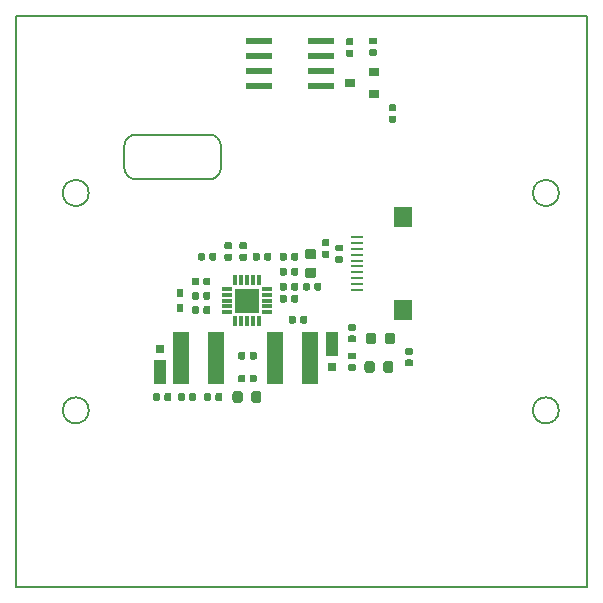
<source format=gbr>
%TF.GenerationSoftware,KiCad,Pcbnew,5.0.2-bee76a0~70~ubuntu18.04.1*%
%TF.CreationDate,2020-02-29T17:16:54-08:00*%
%TF.ProjectId,SolarCellZ_v1,536f6c61-7243-4656-9c6c-5a5f76312e6b,rev?*%
%TF.SameCoordinates,Original*%
%TF.FileFunction,Paste,Bot*%
%TF.FilePolarity,Positive*%
%FSLAX46Y46*%
G04 Gerber Fmt 4.6, Leading zero omitted, Abs format (unit mm)*
G04 Created by KiCad (PCBNEW 5.0.2-bee76a0~70~ubuntu18.04.1) date Sat 29 Feb 2020 05:16:54 PM PST*
%MOMM*%
%LPD*%
G01*
G04 APERTURE LIST*
%ADD10C,0.200000*%
%ADD11R,1.100000X0.250000*%
%ADD12R,1.500000X1.700000*%
%ADD13R,2.209800X0.609600*%
%ADD14C,0.100000*%
%ADD15C,0.590000*%
%ADD16R,0.900000X0.800000*%
%ADD17C,0.875000*%
%ADD18R,0.500000X0.700000*%
%ADD19R,2.150000X2.150000*%
%ADD20R,0.300000X0.900000*%
%ADD21R,0.900000X0.300000*%
%ADD22R,1.435100X4.394200*%
%ADD23R,0.800000X0.800000*%
%ADD24R,1.100000X2.000000*%
G04 APERTURE END LIST*
D10*
X136007500Y-73391000D02*
G75*
G03X136007500Y-73391000I-1100000J0D01*
G01*
X96207500Y-73391000D02*
G75*
G03X96207500Y-73391000I-1100000J0D01*
G01*
X107407500Y-52841000D02*
G75*
G02X106407500Y-53841000I-1000000J0D01*
G01*
X100207500Y-53841000D02*
G75*
G02X99207500Y-52841000I0J1000000D01*
G01*
X106407500Y-50041000D02*
G75*
G02X107407500Y-51041000I0J-1000000D01*
G01*
X99207500Y-51041000D02*
G75*
G02X100207500Y-50041000I1000000J0D01*
G01*
X96207500Y-54991000D02*
G75*
G03X96207500Y-54991000I-1100000J0D01*
G01*
X106407500Y-50041000D02*
X100207500Y-50041000D01*
X138407500Y-39991000D02*
X138407500Y-88391000D01*
X138407500Y-88391000D02*
X90007500Y-88391000D01*
X90007500Y-88391000D02*
X90007500Y-39991000D01*
X90007500Y-39991000D02*
X138407500Y-39991000D01*
X100207500Y-53841000D02*
X106407500Y-53841000D01*
X136007500Y-54991000D02*
G75*
G03X136007500Y-54991000I-1100000J0D01*
G01*
X107407500Y-52841000D02*
X107407500Y-51041000D01*
X99207500Y-51041000D02*
X99207500Y-52841000D01*
D11*
X118935500Y-58710000D03*
X118935500Y-59210000D03*
X118935500Y-59710000D03*
X118935500Y-60210000D03*
X118935500Y-60710000D03*
X118935500Y-61210000D03*
X118935500Y-61710000D03*
X118935500Y-62210000D03*
X118935500Y-62710000D03*
X118935500Y-63210000D03*
D12*
X122835500Y-57060000D03*
X122835500Y-64860000D03*
D13*
X110604300Y-42164000D03*
X110604300Y-43434000D03*
X110604300Y-44704000D03*
X110604300Y-45974000D03*
X115836700Y-45974000D03*
X115836700Y-44704000D03*
X115836700Y-43434000D03*
X115836700Y-42164000D03*
D14*
G36*
X118487458Y-41892710D02*
X118501776Y-41894834D01*
X118515817Y-41898351D01*
X118529446Y-41903228D01*
X118542531Y-41909417D01*
X118554947Y-41916858D01*
X118566573Y-41925481D01*
X118577298Y-41935202D01*
X118587019Y-41945927D01*
X118595642Y-41957553D01*
X118603083Y-41969969D01*
X118609272Y-41983054D01*
X118614149Y-41996683D01*
X118617666Y-42010724D01*
X118619790Y-42025042D01*
X118620500Y-42039500D01*
X118620500Y-42334500D01*
X118619790Y-42348958D01*
X118617666Y-42363276D01*
X118614149Y-42377317D01*
X118609272Y-42390946D01*
X118603083Y-42404031D01*
X118595642Y-42416447D01*
X118587019Y-42428073D01*
X118577298Y-42438798D01*
X118566573Y-42448519D01*
X118554947Y-42457142D01*
X118542531Y-42464583D01*
X118529446Y-42470772D01*
X118515817Y-42475649D01*
X118501776Y-42479166D01*
X118487458Y-42481290D01*
X118473000Y-42482000D01*
X118128000Y-42482000D01*
X118113542Y-42481290D01*
X118099224Y-42479166D01*
X118085183Y-42475649D01*
X118071554Y-42470772D01*
X118058469Y-42464583D01*
X118046053Y-42457142D01*
X118034427Y-42448519D01*
X118023702Y-42438798D01*
X118013981Y-42428073D01*
X118005358Y-42416447D01*
X117997917Y-42404031D01*
X117991728Y-42390946D01*
X117986851Y-42377317D01*
X117983334Y-42363276D01*
X117981210Y-42348958D01*
X117980500Y-42334500D01*
X117980500Y-42039500D01*
X117981210Y-42025042D01*
X117983334Y-42010724D01*
X117986851Y-41996683D01*
X117991728Y-41983054D01*
X117997917Y-41969969D01*
X118005358Y-41957553D01*
X118013981Y-41945927D01*
X118023702Y-41935202D01*
X118034427Y-41925481D01*
X118046053Y-41916858D01*
X118058469Y-41909417D01*
X118071554Y-41903228D01*
X118085183Y-41898351D01*
X118099224Y-41894834D01*
X118113542Y-41892710D01*
X118128000Y-41892000D01*
X118473000Y-41892000D01*
X118487458Y-41892710D01*
X118487458Y-41892710D01*
G37*
D15*
X118300500Y-42187000D03*
D14*
G36*
X118487458Y-42862710D02*
X118501776Y-42864834D01*
X118515817Y-42868351D01*
X118529446Y-42873228D01*
X118542531Y-42879417D01*
X118554947Y-42886858D01*
X118566573Y-42895481D01*
X118577298Y-42905202D01*
X118587019Y-42915927D01*
X118595642Y-42927553D01*
X118603083Y-42939969D01*
X118609272Y-42953054D01*
X118614149Y-42966683D01*
X118617666Y-42980724D01*
X118619790Y-42995042D01*
X118620500Y-43009500D01*
X118620500Y-43304500D01*
X118619790Y-43318958D01*
X118617666Y-43333276D01*
X118614149Y-43347317D01*
X118609272Y-43360946D01*
X118603083Y-43374031D01*
X118595642Y-43386447D01*
X118587019Y-43398073D01*
X118577298Y-43408798D01*
X118566573Y-43418519D01*
X118554947Y-43427142D01*
X118542531Y-43434583D01*
X118529446Y-43440772D01*
X118515817Y-43445649D01*
X118501776Y-43449166D01*
X118487458Y-43451290D01*
X118473000Y-43452000D01*
X118128000Y-43452000D01*
X118113542Y-43451290D01*
X118099224Y-43449166D01*
X118085183Y-43445649D01*
X118071554Y-43440772D01*
X118058469Y-43434583D01*
X118046053Y-43427142D01*
X118034427Y-43418519D01*
X118023702Y-43408798D01*
X118013981Y-43398073D01*
X118005358Y-43386447D01*
X117997917Y-43374031D01*
X117991728Y-43360946D01*
X117986851Y-43347317D01*
X117983334Y-43333276D01*
X117981210Y-43318958D01*
X117980500Y-43304500D01*
X117980500Y-43009500D01*
X117981210Y-42995042D01*
X117983334Y-42980724D01*
X117986851Y-42966683D01*
X117991728Y-42953054D01*
X117997917Y-42939969D01*
X118005358Y-42927553D01*
X118013981Y-42915927D01*
X118023702Y-42905202D01*
X118034427Y-42895481D01*
X118046053Y-42886858D01*
X118058469Y-42879417D01*
X118071554Y-42873228D01*
X118085183Y-42868351D01*
X118099224Y-42864834D01*
X118113542Y-42862710D01*
X118128000Y-42862000D01*
X118473000Y-42862000D01*
X118487458Y-42862710D01*
X118487458Y-42862710D01*
G37*
D15*
X118300500Y-43157000D03*
D14*
G36*
X120455958Y-41829210D02*
X120470276Y-41831334D01*
X120484317Y-41834851D01*
X120497946Y-41839728D01*
X120511031Y-41845917D01*
X120523447Y-41853358D01*
X120535073Y-41861981D01*
X120545798Y-41871702D01*
X120555519Y-41882427D01*
X120564142Y-41894053D01*
X120571583Y-41906469D01*
X120577772Y-41919554D01*
X120582649Y-41933183D01*
X120586166Y-41947224D01*
X120588290Y-41961542D01*
X120589000Y-41976000D01*
X120589000Y-42271000D01*
X120588290Y-42285458D01*
X120586166Y-42299776D01*
X120582649Y-42313817D01*
X120577772Y-42327446D01*
X120571583Y-42340531D01*
X120564142Y-42352947D01*
X120555519Y-42364573D01*
X120545798Y-42375298D01*
X120535073Y-42385019D01*
X120523447Y-42393642D01*
X120511031Y-42401083D01*
X120497946Y-42407272D01*
X120484317Y-42412149D01*
X120470276Y-42415666D01*
X120455958Y-42417790D01*
X120441500Y-42418500D01*
X120096500Y-42418500D01*
X120082042Y-42417790D01*
X120067724Y-42415666D01*
X120053683Y-42412149D01*
X120040054Y-42407272D01*
X120026969Y-42401083D01*
X120014553Y-42393642D01*
X120002927Y-42385019D01*
X119992202Y-42375298D01*
X119982481Y-42364573D01*
X119973858Y-42352947D01*
X119966417Y-42340531D01*
X119960228Y-42327446D01*
X119955351Y-42313817D01*
X119951834Y-42299776D01*
X119949710Y-42285458D01*
X119949000Y-42271000D01*
X119949000Y-41976000D01*
X119949710Y-41961542D01*
X119951834Y-41947224D01*
X119955351Y-41933183D01*
X119960228Y-41919554D01*
X119966417Y-41906469D01*
X119973858Y-41894053D01*
X119982481Y-41882427D01*
X119992202Y-41871702D01*
X120002927Y-41861981D01*
X120014553Y-41853358D01*
X120026969Y-41845917D01*
X120040054Y-41839728D01*
X120053683Y-41834851D01*
X120067724Y-41831334D01*
X120082042Y-41829210D01*
X120096500Y-41828500D01*
X120441500Y-41828500D01*
X120455958Y-41829210D01*
X120455958Y-41829210D01*
G37*
D15*
X120269000Y-42123500D03*
D14*
G36*
X120455958Y-42799210D02*
X120470276Y-42801334D01*
X120484317Y-42804851D01*
X120497946Y-42809728D01*
X120511031Y-42815917D01*
X120523447Y-42823358D01*
X120535073Y-42831981D01*
X120545798Y-42841702D01*
X120555519Y-42852427D01*
X120564142Y-42864053D01*
X120571583Y-42876469D01*
X120577772Y-42889554D01*
X120582649Y-42903183D01*
X120586166Y-42917224D01*
X120588290Y-42931542D01*
X120589000Y-42946000D01*
X120589000Y-43241000D01*
X120588290Y-43255458D01*
X120586166Y-43269776D01*
X120582649Y-43283817D01*
X120577772Y-43297446D01*
X120571583Y-43310531D01*
X120564142Y-43322947D01*
X120555519Y-43334573D01*
X120545798Y-43345298D01*
X120535073Y-43355019D01*
X120523447Y-43363642D01*
X120511031Y-43371083D01*
X120497946Y-43377272D01*
X120484317Y-43382149D01*
X120470276Y-43385666D01*
X120455958Y-43387790D01*
X120441500Y-43388500D01*
X120096500Y-43388500D01*
X120082042Y-43387790D01*
X120067724Y-43385666D01*
X120053683Y-43382149D01*
X120040054Y-43377272D01*
X120026969Y-43371083D01*
X120014553Y-43363642D01*
X120002927Y-43355019D01*
X119992202Y-43345298D01*
X119982481Y-43334573D01*
X119973858Y-43322947D01*
X119966417Y-43310531D01*
X119960228Y-43297446D01*
X119955351Y-43283817D01*
X119951834Y-43269776D01*
X119949710Y-43255458D01*
X119949000Y-43241000D01*
X119949000Y-42946000D01*
X119949710Y-42931542D01*
X119951834Y-42917224D01*
X119955351Y-42903183D01*
X119960228Y-42889554D01*
X119966417Y-42876469D01*
X119973858Y-42864053D01*
X119982481Y-42852427D01*
X119992202Y-42841702D01*
X120002927Y-42831981D01*
X120014553Y-42823358D01*
X120026969Y-42815917D01*
X120040054Y-42809728D01*
X120053683Y-42804851D01*
X120067724Y-42801334D01*
X120082042Y-42799210D01*
X120096500Y-42798500D01*
X120441500Y-42798500D01*
X120455958Y-42799210D01*
X120455958Y-42799210D01*
G37*
D15*
X120269000Y-43093500D03*
D14*
G36*
X122106958Y-48450710D02*
X122121276Y-48452834D01*
X122135317Y-48456351D01*
X122148946Y-48461228D01*
X122162031Y-48467417D01*
X122174447Y-48474858D01*
X122186073Y-48483481D01*
X122196798Y-48493202D01*
X122206519Y-48503927D01*
X122215142Y-48515553D01*
X122222583Y-48527969D01*
X122228772Y-48541054D01*
X122233649Y-48554683D01*
X122237166Y-48568724D01*
X122239290Y-48583042D01*
X122240000Y-48597500D01*
X122240000Y-48892500D01*
X122239290Y-48906958D01*
X122237166Y-48921276D01*
X122233649Y-48935317D01*
X122228772Y-48948946D01*
X122222583Y-48962031D01*
X122215142Y-48974447D01*
X122206519Y-48986073D01*
X122196798Y-48996798D01*
X122186073Y-49006519D01*
X122174447Y-49015142D01*
X122162031Y-49022583D01*
X122148946Y-49028772D01*
X122135317Y-49033649D01*
X122121276Y-49037166D01*
X122106958Y-49039290D01*
X122092500Y-49040000D01*
X121747500Y-49040000D01*
X121733042Y-49039290D01*
X121718724Y-49037166D01*
X121704683Y-49033649D01*
X121691054Y-49028772D01*
X121677969Y-49022583D01*
X121665553Y-49015142D01*
X121653927Y-49006519D01*
X121643202Y-48996798D01*
X121633481Y-48986073D01*
X121624858Y-48974447D01*
X121617417Y-48962031D01*
X121611228Y-48948946D01*
X121606351Y-48935317D01*
X121602834Y-48921276D01*
X121600710Y-48906958D01*
X121600000Y-48892500D01*
X121600000Y-48597500D01*
X121600710Y-48583042D01*
X121602834Y-48568724D01*
X121606351Y-48554683D01*
X121611228Y-48541054D01*
X121617417Y-48527969D01*
X121624858Y-48515553D01*
X121633481Y-48503927D01*
X121643202Y-48493202D01*
X121653927Y-48483481D01*
X121665553Y-48474858D01*
X121677969Y-48467417D01*
X121691054Y-48461228D01*
X121704683Y-48456351D01*
X121718724Y-48452834D01*
X121733042Y-48450710D01*
X121747500Y-48450000D01*
X122092500Y-48450000D01*
X122106958Y-48450710D01*
X122106958Y-48450710D01*
G37*
D15*
X121920000Y-48745000D03*
D14*
G36*
X122106958Y-47480710D02*
X122121276Y-47482834D01*
X122135317Y-47486351D01*
X122148946Y-47491228D01*
X122162031Y-47497417D01*
X122174447Y-47504858D01*
X122186073Y-47513481D01*
X122196798Y-47523202D01*
X122206519Y-47533927D01*
X122215142Y-47545553D01*
X122222583Y-47557969D01*
X122228772Y-47571054D01*
X122233649Y-47584683D01*
X122237166Y-47598724D01*
X122239290Y-47613042D01*
X122240000Y-47627500D01*
X122240000Y-47922500D01*
X122239290Y-47936958D01*
X122237166Y-47951276D01*
X122233649Y-47965317D01*
X122228772Y-47978946D01*
X122222583Y-47992031D01*
X122215142Y-48004447D01*
X122206519Y-48016073D01*
X122196798Y-48026798D01*
X122186073Y-48036519D01*
X122174447Y-48045142D01*
X122162031Y-48052583D01*
X122148946Y-48058772D01*
X122135317Y-48063649D01*
X122121276Y-48067166D01*
X122106958Y-48069290D01*
X122092500Y-48070000D01*
X121747500Y-48070000D01*
X121733042Y-48069290D01*
X121718724Y-48067166D01*
X121704683Y-48063649D01*
X121691054Y-48058772D01*
X121677969Y-48052583D01*
X121665553Y-48045142D01*
X121653927Y-48036519D01*
X121643202Y-48026798D01*
X121633481Y-48016073D01*
X121624858Y-48004447D01*
X121617417Y-47992031D01*
X121611228Y-47978946D01*
X121606351Y-47965317D01*
X121602834Y-47951276D01*
X121600710Y-47936958D01*
X121600000Y-47922500D01*
X121600000Y-47627500D01*
X121600710Y-47613042D01*
X121602834Y-47598724D01*
X121606351Y-47584683D01*
X121611228Y-47571054D01*
X121617417Y-47557969D01*
X121624858Y-47545553D01*
X121633481Y-47533927D01*
X121643202Y-47523202D01*
X121653927Y-47513481D01*
X121665553Y-47504858D01*
X121677969Y-47497417D01*
X121691054Y-47491228D01*
X121704683Y-47486351D01*
X121718724Y-47482834D01*
X121733042Y-47480710D01*
X121747500Y-47480000D01*
X122092500Y-47480000D01*
X122106958Y-47480710D01*
X122106958Y-47480710D01*
G37*
D15*
X121920000Y-47775000D03*
D16*
X118316500Y-45656500D03*
X120316500Y-46606500D03*
X120316500Y-44706500D03*
D14*
G36*
X123503958Y-69088210D02*
X123518276Y-69090334D01*
X123532317Y-69093851D01*
X123545946Y-69098728D01*
X123559031Y-69104917D01*
X123571447Y-69112358D01*
X123583073Y-69120981D01*
X123593798Y-69130702D01*
X123603519Y-69141427D01*
X123612142Y-69153053D01*
X123619583Y-69165469D01*
X123625772Y-69178554D01*
X123630649Y-69192183D01*
X123634166Y-69206224D01*
X123636290Y-69220542D01*
X123637000Y-69235000D01*
X123637000Y-69530000D01*
X123636290Y-69544458D01*
X123634166Y-69558776D01*
X123630649Y-69572817D01*
X123625772Y-69586446D01*
X123619583Y-69599531D01*
X123612142Y-69611947D01*
X123603519Y-69623573D01*
X123593798Y-69634298D01*
X123583073Y-69644019D01*
X123571447Y-69652642D01*
X123559031Y-69660083D01*
X123545946Y-69666272D01*
X123532317Y-69671149D01*
X123518276Y-69674666D01*
X123503958Y-69676790D01*
X123489500Y-69677500D01*
X123144500Y-69677500D01*
X123130042Y-69676790D01*
X123115724Y-69674666D01*
X123101683Y-69671149D01*
X123088054Y-69666272D01*
X123074969Y-69660083D01*
X123062553Y-69652642D01*
X123050927Y-69644019D01*
X123040202Y-69634298D01*
X123030481Y-69623573D01*
X123021858Y-69611947D01*
X123014417Y-69599531D01*
X123008228Y-69586446D01*
X123003351Y-69572817D01*
X122999834Y-69558776D01*
X122997710Y-69544458D01*
X122997000Y-69530000D01*
X122997000Y-69235000D01*
X122997710Y-69220542D01*
X122999834Y-69206224D01*
X123003351Y-69192183D01*
X123008228Y-69178554D01*
X123014417Y-69165469D01*
X123021858Y-69153053D01*
X123030481Y-69141427D01*
X123040202Y-69130702D01*
X123050927Y-69120981D01*
X123062553Y-69112358D01*
X123074969Y-69104917D01*
X123088054Y-69098728D01*
X123101683Y-69093851D01*
X123115724Y-69090334D01*
X123130042Y-69088210D01*
X123144500Y-69087500D01*
X123489500Y-69087500D01*
X123503958Y-69088210D01*
X123503958Y-69088210D01*
G37*
D15*
X123317000Y-69382500D03*
D14*
G36*
X123503958Y-68118210D02*
X123518276Y-68120334D01*
X123532317Y-68123851D01*
X123545946Y-68128728D01*
X123559031Y-68134917D01*
X123571447Y-68142358D01*
X123583073Y-68150981D01*
X123593798Y-68160702D01*
X123603519Y-68171427D01*
X123612142Y-68183053D01*
X123619583Y-68195469D01*
X123625772Y-68208554D01*
X123630649Y-68222183D01*
X123634166Y-68236224D01*
X123636290Y-68250542D01*
X123637000Y-68265000D01*
X123637000Y-68560000D01*
X123636290Y-68574458D01*
X123634166Y-68588776D01*
X123630649Y-68602817D01*
X123625772Y-68616446D01*
X123619583Y-68629531D01*
X123612142Y-68641947D01*
X123603519Y-68653573D01*
X123593798Y-68664298D01*
X123583073Y-68674019D01*
X123571447Y-68682642D01*
X123559031Y-68690083D01*
X123545946Y-68696272D01*
X123532317Y-68701149D01*
X123518276Y-68704666D01*
X123503958Y-68706790D01*
X123489500Y-68707500D01*
X123144500Y-68707500D01*
X123130042Y-68706790D01*
X123115724Y-68704666D01*
X123101683Y-68701149D01*
X123088054Y-68696272D01*
X123074969Y-68690083D01*
X123062553Y-68682642D01*
X123050927Y-68674019D01*
X123040202Y-68664298D01*
X123030481Y-68653573D01*
X123021858Y-68641947D01*
X123014417Y-68629531D01*
X123008228Y-68616446D01*
X123003351Y-68602817D01*
X122999834Y-68588776D01*
X122997710Y-68574458D01*
X122997000Y-68560000D01*
X122997000Y-68265000D01*
X122997710Y-68250542D01*
X122999834Y-68236224D01*
X123003351Y-68222183D01*
X123008228Y-68208554D01*
X123014417Y-68195469D01*
X123021858Y-68183053D01*
X123030481Y-68171427D01*
X123040202Y-68160702D01*
X123050927Y-68150981D01*
X123062553Y-68142358D01*
X123074969Y-68134917D01*
X123088054Y-68128728D01*
X123101683Y-68123851D01*
X123115724Y-68120334D01*
X123130042Y-68118210D01*
X123144500Y-68117500D01*
X123489500Y-68117500D01*
X123503958Y-68118210D01*
X123503958Y-68118210D01*
G37*
D15*
X123317000Y-68412500D03*
D14*
G36*
X115276191Y-61311053D02*
X115297426Y-61314203D01*
X115318250Y-61319419D01*
X115338462Y-61326651D01*
X115357868Y-61335830D01*
X115376281Y-61346866D01*
X115393524Y-61359654D01*
X115409430Y-61374070D01*
X115423846Y-61389976D01*
X115436634Y-61407219D01*
X115447670Y-61425632D01*
X115456849Y-61445038D01*
X115464081Y-61465250D01*
X115469297Y-61486074D01*
X115472447Y-61507309D01*
X115473500Y-61528750D01*
X115473500Y-61966250D01*
X115472447Y-61987691D01*
X115469297Y-62008926D01*
X115464081Y-62029750D01*
X115456849Y-62049962D01*
X115447670Y-62069368D01*
X115436634Y-62087781D01*
X115423846Y-62105024D01*
X115409430Y-62120930D01*
X115393524Y-62135346D01*
X115376281Y-62148134D01*
X115357868Y-62159170D01*
X115338462Y-62168349D01*
X115318250Y-62175581D01*
X115297426Y-62180797D01*
X115276191Y-62183947D01*
X115254750Y-62185000D01*
X114742250Y-62185000D01*
X114720809Y-62183947D01*
X114699574Y-62180797D01*
X114678750Y-62175581D01*
X114658538Y-62168349D01*
X114639132Y-62159170D01*
X114620719Y-62148134D01*
X114603476Y-62135346D01*
X114587570Y-62120930D01*
X114573154Y-62105024D01*
X114560366Y-62087781D01*
X114549330Y-62069368D01*
X114540151Y-62049962D01*
X114532919Y-62029750D01*
X114527703Y-62008926D01*
X114524553Y-61987691D01*
X114523500Y-61966250D01*
X114523500Y-61528750D01*
X114524553Y-61507309D01*
X114527703Y-61486074D01*
X114532919Y-61465250D01*
X114540151Y-61445038D01*
X114549330Y-61425632D01*
X114560366Y-61407219D01*
X114573154Y-61389976D01*
X114587570Y-61374070D01*
X114603476Y-61359654D01*
X114620719Y-61346866D01*
X114639132Y-61335830D01*
X114658538Y-61326651D01*
X114678750Y-61319419D01*
X114699574Y-61314203D01*
X114720809Y-61311053D01*
X114742250Y-61310000D01*
X115254750Y-61310000D01*
X115276191Y-61311053D01*
X115276191Y-61311053D01*
G37*
D17*
X114998500Y-61747500D03*
D14*
G36*
X115276191Y-59736053D02*
X115297426Y-59739203D01*
X115318250Y-59744419D01*
X115338462Y-59751651D01*
X115357868Y-59760830D01*
X115376281Y-59771866D01*
X115393524Y-59784654D01*
X115409430Y-59799070D01*
X115423846Y-59814976D01*
X115436634Y-59832219D01*
X115447670Y-59850632D01*
X115456849Y-59870038D01*
X115464081Y-59890250D01*
X115469297Y-59911074D01*
X115472447Y-59932309D01*
X115473500Y-59953750D01*
X115473500Y-60391250D01*
X115472447Y-60412691D01*
X115469297Y-60433926D01*
X115464081Y-60454750D01*
X115456849Y-60474962D01*
X115447670Y-60494368D01*
X115436634Y-60512781D01*
X115423846Y-60530024D01*
X115409430Y-60545930D01*
X115393524Y-60560346D01*
X115376281Y-60573134D01*
X115357868Y-60584170D01*
X115338462Y-60593349D01*
X115318250Y-60600581D01*
X115297426Y-60605797D01*
X115276191Y-60608947D01*
X115254750Y-60610000D01*
X114742250Y-60610000D01*
X114720809Y-60608947D01*
X114699574Y-60605797D01*
X114678750Y-60600581D01*
X114658538Y-60593349D01*
X114639132Y-60584170D01*
X114620719Y-60573134D01*
X114603476Y-60560346D01*
X114587570Y-60545930D01*
X114573154Y-60530024D01*
X114560366Y-60512781D01*
X114549330Y-60494368D01*
X114540151Y-60474962D01*
X114532919Y-60454750D01*
X114527703Y-60433926D01*
X114524553Y-60412691D01*
X114523500Y-60391250D01*
X114523500Y-59953750D01*
X114524553Y-59932309D01*
X114527703Y-59911074D01*
X114532919Y-59890250D01*
X114540151Y-59870038D01*
X114549330Y-59850632D01*
X114560366Y-59832219D01*
X114573154Y-59814976D01*
X114587570Y-59799070D01*
X114603476Y-59784654D01*
X114620719Y-59771866D01*
X114639132Y-59760830D01*
X114658538Y-59751651D01*
X114678750Y-59744419D01*
X114699574Y-59739203D01*
X114720809Y-59736053D01*
X114742250Y-59735000D01*
X115254750Y-59735000D01*
X115276191Y-59736053D01*
X115276191Y-59736053D01*
G37*
D17*
X114998500Y-60172500D03*
D14*
G36*
X110291118Y-70383366D02*
X110305436Y-70385490D01*
X110319477Y-70389007D01*
X110333106Y-70393884D01*
X110346191Y-70400073D01*
X110358607Y-70407514D01*
X110370233Y-70416137D01*
X110380958Y-70425858D01*
X110390679Y-70436583D01*
X110399302Y-70448209D01*
X110406743Y-70460625D01*
X110412932Y-70473710D01*
X110417809Y-70487339D01*
X110421326Y-70501380D01*
X110423450Y-70515698D01*
X110424160Y-70530156D01*
X110424160Y-70875156D01*
X110423450Y-70889614D01*
X110421326Y-70903932D01*
X110417809Y-70917973D01*
X110412932Y-70931602D01*
X110406743Y-70944687D01*
X110399302Y-70957103D01*
X110390679Y-70968729D01*
X110380958Y-70979454D01*
X110370233Y-70989175D01*
X110358607Y-70997798D01*
X110346191Y-71005239D01*
X110333106Y-71011428D01*
X110319477Y-71016305D01*
X110305436Y-71019822D01*
X110291118Y-71021946D01*
X110276660Y-71022656D01*
X109981660Y-71022656D01*
X109967202Y-71021946D01*
X109952884Y-71019822D01*
X109938843Y-71016305D01*
X109925214Y-71011428D01*
X109912129Y-71005239D01*
X109899713Y-70997798D01*
X109888087Y-70989175D01*
X109877362Y-70979454D01*
X109867641Y-70968729D01*
X109859018Y-70957103D01*
X109851577Y-70944687D01*
X109845388Y-70931602D01*
X109840511Y-70917973D01*
X109836994Y-70903932D01*
X109834870Y-70889614D01*
X109834160Y-70875156D01*
X109834160Y-70530156D01*
X109834870Y-70515698D01*
X109836994Y-70501380D01*
X109840511Y-70487339D01*
X109845388Y-70473710D01*
X109851577Y-70460625D01*
X109859018Y-70448209D01*
X109867641Y-70436583D01*
X109877362Y-70425858D01*
X109888087Y-70416137D01*
X109899713Y-70407514D01*
X109912129Y-70400073D01*
X109925214Y-70393884D01*
X109938843Y-70389007D01*
X109952884Y-70385490D01*
X109967202Y-70383366D01*
X109981660Y-70382656D01*
X110276660Y-70382656D01*
X110291118Y-70383366D01*
X110291118Y-70383366D01*
G37*
D15*
X110129160Y-70702656D03*
D14*
G36*
X109321118Y-70383366D02*
X109335436Y-70385490D01*
X109349477Y-70389007D01*
X109363106Y-70393884D01*
X109376191Y-70400073D01*
X109388607Y-70407514D01*
X109400233Y-70416137D01*
X109410958Y-70425858D01*
X109420679Y-70436583D01*
X109429302Y-70448209D01*
X109436743Y-70460625D01*
X109442932Y-70473710D01*
X109447809Y-70487339D01*
X109451326Y-70501380D01*
X109453450Y-70515698D01*
X109454160Y-70530156D01*
X109454160Y-70875156D01*
X109453450Y-70889614D01*
X109451326Y-70903932D01*
X109447809Y-70917973D01*
X109442932Y-70931602D01*
X109436743Y-70944687D01*
X109429302Y-70957103D01*
X109420679Y-70968729D01*
X109410958Y-70979454D01*
X109400233Y-70989175D01*
X109388607Y-70997798D01*
X109376191Y-71005239D01*
X109363106Y-71011428D01*
X109349477Y-71016305D01*
X109335436Y-71019822D01*
X109321118Y-71021946D01*
X109306660Y-71022656D01*
X109011660Y-71022656D01*
X108997202Y-71021946D01*
X108982884Y-71019822D01*
X108968843Y-71016305D01*
X108955214Y-71011428D01*
X108942129Y-71005239D01*
X108929713Y-70997798D01*
X108918087Y-70989175D01*
X108907362Y-70979454D01*
X108897641Y-70968729D01*
X108889018Y-70957103D01*
X108881577Y-70944687D01*
X108875388Y-70931602D01*
X108870511Y-70917973D01*
X108866994Y-70903932D01*
X108864870Y-70889614D01*
X108864160Y-70875156D01*
X108864160Y-70530156D01*
X108864870Y-70515698D01*
X108866994Y-70501380D01*
X108870511Y-70487339D01*
X108875388Y-70473710D01*
X108881577Y-70460625D01*
X108889018Y-70448209D01*
X108897641Y-70436583D01*
X108907362Y-70425858D01*
X108918087Y-70416137D01*
X108929713Y-70407514D01*
X108942129Y-70400073D01*
X108955214Y-70393884D01*
X108968843Y-70389007D01*
X108982884Y-70385490D01*
X108997202Y-70383366D01*
X109011660Y-70382656D01*
X109306660Y-70382656D01*
X109321118Y-70383366D01*
X109321118Y-70383366D01*
G37*
D15*
X109159160Y-70702656D03*
D14*
G36*
X121931691Y-66836053D02*
X121952926Y-66839203D01*
X121973750Y-66844419D01*
X121993962Y-66851651D01*
X122013368Y-66860830D01*
X122031781Y-66871866D01*
X122049024Y-66884654D01*
X122064930Y-66899070D01*
X122079346Y-66914976D01*
X122092134Y-66932219D01*
X122103170Y-66950632D01*
X122112349Y-66970038D01*
X122119581Y-66990250D01*
X122124797Y-67011074D01*
X122127947Y-67032309D01*
X122129000Y-67053750D01*
X122129000Y-67566250D01*
X122127947Y-67587691D01*
X122124797Y-67608926D01*
X122119581Y-67629750D01*
X122112349Y-67649962D01*
X122103170Y-67669368D01*
X122092134Y-67687781D01*
X122079346Y-67705024D01*
X122064930Y-67720930D01*
X122049024Y-67735346D01*
X122031781Y-67748134D01*
X122013368Y-67759170D01*
X121993962Y-67768349D01*
X121973750Y-67775581D01*
X121952926Y-67780797D01*
X121931691Y-67783947D01*
X121910250Y-67785000D01*
X121472750Y-67785000D01*
X121451309Y-67783947D01*
X121430074Y-67780797D01*
X121409250Y-67775581D01*
X121389038Y-67768349D01*
X121369632Y-67759170D01*
X121351219Y-67748134D01*
X121333976Y-67735346D01*
X121318070Y-67720930D01*
X121303654Y-67705024D01*
X121290866Y-67687781D01*
X121279830Y-67669368D01*
X121270651Y-67649962D01*
X121263419Y-67629750D01*
X121258203Y-67608926D01*
X121255053Y-67587691D01*
X121254000Y-67566250D01*
X121254000Y-67053750D01*
X121255053Y-67032309D01*
X121258203Y-67011074D01*
X121263419Y-66990250D01*
X121270651Y-66970038D01*
X121279830Y-66950632D01*
X121290866Y-66932219D01*
X121303654Y-66914976D01*
X121318070Y-66899070D01*
X121333976Y-66884654D01*
X121351219Y-66871866D01*
X121369632Y-66860830D01*
X121389038Y-66851651D01*
X121409250Y-66844419D01*
X121430074Y-66839203D01*
X121451309Y-66836053D01*
X121472750Y-66835000D01*
X121910250Y-66835000D01*
X121931691Y-66836053D01*
X121931691Y-66836053D01*
G37*
D17*
X121691500Y-67310000D03*
D14*
G36*
X120356691Y-66836053D02*
X120377926Y-66839203D01*
X120398750Y-66844419D01*
X120418962Y-66851651D01*
X120438368Y-66860830D01*
X120456781Y-66871866D01*
X120474024Y-66884654D01*
X120489930Y-66899070D01*
X120504346Y-66914976D01*
X120517134Y-66932219D01*
X120528170Y-66950632D01*
X120537349Y-66970038D01*
X120544581Y-66990250D01*
X120549797Y-67011074D01*
X120552947Y-67032309D01*
X120554000Y-67053750D01*
X120554000Y-67566250D01*
X120552947Y-67587691D01*
X120549797Y-67608926D01*
X120544581Y-67629750D01*
X120537349Y-67649962D01*
X120528170Y-67669368D01*
X120517134Y-67687781D01*
X120504346Y-67705024D01*
X120489930Y-67720930D01*
X120474024Y-67735346D01*
X120456781Y-67748134D01*
X120438368Y-67759170D01*
X120418962Y-67768349D01*
X120398750Y-67775581D01*
X120377926Y-67780797D01*
X120356691Y-67783947D01*
X120335250Y-67785000D01*
X119897750Y-67785000D01*
X119876309Y-67783947D01*
X119855074Y-67780797D01*
X119834250Y-67775581D01*
X119814038Y-67768349D01*
X119794632Y-67759170D01*
X119776219Y-67748134D01*
X119758976Y-67735346D01*
X119743070Y-67720930D01*
X119728654Y-67705024D01*
X119715866Y-67687781D01*
X119704830Y-67669368D01*
X119695651Y-67649962D01*
X119688419Y-67629750D01*
X119683203Y-67608926D01*
X119680053Y-67587691D01*
X119679000Y-67566250D01*
X119679000Y-67053750D01*
X119680053Y-67032309D01*
X119683203Y-67011074D01*
X119688419Y-66990250D01*
X119695651Y-66970038D01*
X119704830Y-66950632D01*
X119715866Y-66932219D01*
X119728654Y-66914976D01*
X119743070Y-66899070D01*
X119758976Y-66884654D01*
X119776219Y-66871866D01*
X119794632Y-66860830D01*
X119814038Y-66851651D01*
X119834250Y-66844419D01*
X119855074Y-66839203D01*
X119876309Y-66836053D01*
X119897750Y-66835000D01*
X120335250Y-66835000D01*
X120356691Y-66836053D01*
X120356691Y-66836053D01*
G37*
D17*
X120116500Y-67310000D03*
D18*
X103949500Y-64770000D03*
X103949500Y-63470000D03*
D19*
X109624160Y-64098656D03*
D20*
X108624160Y-65798656D03*
X109124160Y-65798656D03*
X109624160Y-65798656D03*
X110124160Y-65798656D03*
X110624160Y-65798656D03*
D21*
X111324160Y-65098656D03*
X111324160Y-64598656D03*
X111324160Y-64098656D03*
X111324160Y-63598656D03*
X111324160Y-63098656D03*
D20*
X110624160Y-62398656D03*
X110124160Y-62398656D03*
X109624160Y-62398656D03*
X109124160Y-62398656D03*
X108624160Y-62398656D03*
D21*
X107924160Y-63098656D03*
X107924160Y-63598656D03*
X107924160Y-64098656D03*
X107924160Y-64598656D03*
X107924160Y-65098656D03*
D14*
G36*
X106882458Y-60069210D02*
X106896776Y-60071334D01*
X106910817Y-60074851D01*
X106924446Y-60079728D01*
X106937531Y-60085917D01*
X106949947Y-60093358D01*
X106961573Y-60101981D01*
X106972298Y-60111702D01*
X106982019Y-60122427D01*
X106990642Y-60134053D01*
X106998083Y-60146469D01*
X107004272Y-60159554D01*
X107009149Y-60173183D01*
X107012666Y-60187224D01*
X107014790Y-60201542D01*
X107015500Y-60216000D01*
X107015500Y-60561000D01*
X107014790Y-60575458D01*
X107012666Y-60589776D01*
X107009149Y-60603817D01*
X107004272Y-60617446D01*
X106998083Y-60630531D01*
X106990642Y-60642947D01*
X106982019Y-60654573D01*
X106972298Y-60665298D01*
X106961573Y-60675019D01*
X106949947Y-60683642D01*
X106937531Y-60691083D01*
X106924446Y-60697272D01*
X106910817Y-60702149D01*
X106896776Y-60705666D01*
X106882458Y-60707790D01*
X106868000Y-60708500D01*
X106573000Y-60708500D01*
X106558542Y-60707790D01*
X106544224Y-60705666D01*
X106530183Y-60702149D01*
X106516554Y-60697272D01*
X106503469Y-60691083D01*
X106491053Y-60683642D01*
X106479427Y-60675019D01*
X106468702Y-60665298D01*
X106458981Y-60654573D01*
X106450358Y-60642947D01*
X106442917Y-60630531D01*
X106436728Y-60617446D01*
X106431851Y-60603817D01*
X106428334Y-60589776D01*
X106426210Y-60575458D01*
X106425500Y-60561000D01*
X106425500Y-60216000D01*
X106426210Y-60201542D01*
X106428334Y-60187224D01*
X106431851Y-60173183D01*
X106436728Y-60159554D01*
X106442917Y-60146469D01*
X106450358Y-60134053D01*
X106458981Y-60122427D01*
X106468702Y-60111702D01*
X106479427Y-60101981D01*
X106491053Y-60093358D01*
X106503469Y-60085917D01*
X106516554Y-60079728D01*
X106530183Y-60074851D01*
X106544224Y-60071334D01*
X106558542Y-60069210D01*
X106573000Y-60068500D01*
X106868000Y-60068500D01*
X106882458Y-60069210D01*
X106882458Y-60069210D01*
G37*
D15*
X106720500Y-60388500D03*
D14*
G36*
X105912458Y-60069210D02*
X105926776Y-60071334D01*
X105940817Y-60074851D01*
X105954446Y-60079728D01*
X105967531Y-60085917D01*
X105979947Y-60093358D01*
X105991573Y-60101981D01*
X106002298Y-60111702D01*
X106012019Y-60122427D01*
X106020642Y-60134053D01*
X106028083Y-60146469D01*
X106034272Y-60159554D01*
X106039149Y-60173183D01*
X106042666Y-60187224D01*
X106044790Y-60201542D01*
X106045500Y-60216000D01*
X106045500Y-60561000D01*
X106044790Y-60575458D01*
X106042666Y-60589776D01*
X106039149Y-60603817D01*
X106034272Y-60617446D01*
X106028083Y-60630531D01*
X106020642Y-60642947D01*
X106012019Y-60654573D01*
X106002298Y-60665298D01*
X105991573Y-60675019D01*
X105979947Y-60683642D01*
X105967531Y-60691083D01*
X105954446Y-60697272D01*
X105940817Y-60702149D01*
X105926776Y-60705666D01*
X105912458Y-60707790D01*
X105898000Y-60708500D01*
X105603000Y-60708500D01*
X105588542Y-60707790D01*
X105574224Y-60705666D01*
X105560183Y-60702149D01*
X105546554Y-60697272D01*
X105533469Y-60691083D01*
X105521053Y-60683642D01*
X105509427Y-60675019D01*
X105498702Y-60665298D01*
X105488981Y-60654573D01*
X105480358Y-60642947D01*
X105472917Y-60630531D01*
X105466728Y-60617446D01*
X105461851Y-60603817D01*
X105458334Y-60589776D01*
X105456210Y-60575458D01*
X105455500Y-60561000D01*
X105455500Y-60216000D01*
X105456210Y-60201542D01*
X105458334Y-60187224D01*
X105461851Y-60173183D01*
X105466728Y-60159554D01*
X105472917Y-60146469D01*
X105480358Y-60134053D01*
X105488981Y-60122427D01*
X105498702Y-60111702D01*
X105509427Y-60101981D01*
X105521053Y-60093358D01*
X105533469Y-60085917D01*
X105546554Y-60079728D01*
X105560183Y-60074851D01*
X105574224Y-60071334D01*
X105588542Y-60069210D01*
X105603000Y-60068500D01*
X105898000Y-60068500D01*
X105912458Y-60069210D01*
X105912458Y-60069210D01*
G37*
D15*
X105750500Y-60388500D03*
D14*
G36*
X108200458Y-59164710D02*
X108214776Y-59166834D01*
X108228817Y-59170351D01*
X108242446Y-59175228D01*
X108255531Y-59181417D01*
X108267947Y-59188858D01*
X108279573Y-59197481D01*
X108290298Y-59207202D01*
X108300019Y-59217927D01*
X108308642Y-59229553D01*
X108316083Y-59241969D01*
X108322272Y-59255054D01*
X108327149Y-59268683D01*
X108330666Y-59282724D01*
X108332790Y-59297042D01*
X108333500Y-59311500D01*
X108333500Y-59606500D01*
X108332790Y-59620958D01*
X108330666Y-59635276D01*
X108327149Y-59649317D01*
X108322272Y-59662946D01*
X108316083Y-59676031D01*
X108308642Y-59688447D01*
X108300019Y-59700073D01*
X108290298Y-59710798D01*
X108279573Y-59720519D01*
X108267947Y-59729142D01*
X108255531Y-59736583D01*
X108242446Y-59742772D01*
X108228817Y-59747649D01*
X108214776Y-59751166D01*
X108200458Y-59753290D01*
X108186000Y-59754000D01*
X107841000Y-59754000D01*
X107826542Y-59753290D01*
X107812224Y-59751166D01*
X107798183Y-59747649D01*
X107784554Y-59742772D01*
X107771469Y-59736583D01*
X107759053Y-59729142D01*
X107747427Y-59720519D01*
X107736702Y-59710798D01*
X107726981Y-59700073D01*
X107718358Y-59688447D01*
X107710917Y-59676031D01*
X107704728Y-59662946D01*
X107699851Y-59649317D01*
X107696334Y-59635276D01*
X107694210Y-59620958D01*
X107693500Y-59606500D01*
X107693500Y-59311500D01*
X107694210Y-59297042D01*
X107696334Y-59282724D01*
X107699851Y-59268683D01*
X107704728Y-59255054D01*
X107710917Y-59241969D01*
X107718358Y-59229553D01*
X107726981Y-59217927D01*
X107736702Y-59207202D01*
X107747427Y-59197481D01*
X107759053Y-59188858D01*
X107771469Y-59181417D01*
X107784554Y-59175228D01*
X107798183Y-59170351D01*
X107812224Y-59166834D01*
X107826542Y-59164710D01*
X107841000Y-59164000D01*
X108186000Y-59164000D01*
X108200458Y-59164710D01*
X108200458Y-59164710D01*
G37*
D15*
X108013500Y-59459000D03*
D14*
G36*
X108200458Y-60134710D02*
X108214776Y-60136834D01*
X108228817Y-60140351D01*
X108242446Y-60145228D01*
X108255531Y-60151417D01*
X108267947Y-60158858D01*
X108279573Y-60167481D01*
X108290298Y-60177202D01*
X108300019Y-60187927D01*
X108308642Y-60199553D01*
X108316083Y-60211969D01*
X108322272Y-60225054D01*
X108327149Y-60238683D01*
X108330666Y-60252724D01*
X108332790Y-60267042D01*
X108333500Y-60281500D01*
X108333500Y-60576500D01*
X108332790Y-60590958D01*
X108330666Y-60605276D01*
X108327149Y-60619317D01*
X108322272Y-60632946D01*
X108316083Y-60646031D01*
X108308642Y-60658447D01*
X108300019Y-60670073D01*
X108290298Y-60680798D01*
X108279573Y-60690519D01*
X108267947Y-60699142D01*
X108255531Y-60706583D01*
X108242446Y-60712772D01*
X108228817Y-60717649D01*
X108214776Y-60721166D01*
X108200458Y-60723290D01*
X108186000Y-60724000D01*
X107841000Y-60724000D01*
X107826542Y-60723290D01*
X107812224Y-60721166D01*
X107798183Y-60717649D01*
X107784554Y-60712772D01*
X107771469Y-60706583D01*
X107759053Y-60699142D01*
X107747427Y-60690519D01*
X107736702Y-60680798D01*
X107726981Y-60670073D01*
X107718358Y-60658447D01*
X107710917Y-60646031D01*
X107704728Y-60632946D01*
X107699851Y-60619317D01*
X107696334Y-60605276D01*
X107694210Y-60590958D01*
X107693500Y-60576500D01*
X107693500Y-60281500D01*
X107694210Y-60267042D01*
X107696334Y-60252724D01*
X107699851Y-60238683D01*
X107704728Y-60225054D01*
X107710917Y-60211969D01*
X107718358Y-60199553D01*
X107726981Y-60187927D01*
X107736702Y-60177202D01*
X107747427Y-60167481D01*
X107759053Y-60158858D01*
X107771469Y-60151417D01*
X107784554Y-60145228D01*
X107798183Y-60140351D01*
X107812224Y-60136834D01*
X107826542Y-60134710D01*
X107841000Y-60134000D01*
X108186000Y-60134000D01*
X108200458Y-60134710D01*
X108200458Y-60134710D01*
G37*
D15*
X108013500Y-60429000D03*
D14*
G36*
X106420458Y-71943710D02*
X106434776Y-71945834D01*
X106448817Y-71949351D01*
X106462446Y-71954228D01*
X106475531Y-71960417D01*
X106487947Y-71967858D01*
X106499573Y-71976481D01*
X106510298Y-71986202D01*
X106520019Y-71996927D01*
X106528642Y-72008553D01*
X106536083Y-72020969D01*
X106542272Y-72034054D01*
X106547149Y-72047683D01*
X106550666Y-72061724D01*
X106552790Y-72076042D01*
X106553500Y-72090500D01*
X106553500Y-72435500D01*
X106552790Y-72449958D01*
X106550666Y-72464276D01*
X106547149Y-72478317D01*
X106542272Y-72491946D01*
X106536083Y-72505031D01*
X106528642Y-72517447D01*
X106520019Y-72529073D01*
X106510298Y-72539798D01*
X106499573Y-72549519D01*
X106487947Y-72558142D01*
X106475531Y-72565583D01*
X106462446Y-72571772D01*
X106448817Y-72576649D01*
X106434776Y-72580166D01*
X106420458Y-72582290D01*
X106406000Y-72583000D01*
X106111000Y-72583000D01*
X106096542Y-72582290D01*
X106082224Y-72580166D01*
X106068183Y-72576649D01*
X106054554Y-72571772D01*
X106041469Y-72565583D01*
X106029053Y-72558142D01*
X106017427Y-72549519D01*
X106006702Y-72539798D01*
X105996981Y-72529073D01*
X105988358Y-72517447D01*
X105980917Y-72505031D01*
X105974728Y-72491946D01*
X105969851Y-72478317D01*
X105966334Y-72464276D01*
X105964210Y-72449958D01*
X105963500Y-72435500D01*
X105963500Y-72090500D01*
X105964210Y-72076042D01*
X105966334Y-72061724D01*
X105969851Y-72047683D01*
X105974728Y-72034054D01*
X105980917Y-72020969D01*
X105988358Y-72008553D01*
X105996981Y-71996927D01*
X106006702Y-71986202D01*
X106017427Y-71976481D01*
X106029053Y-71967858D01*
X106041469Y-71960417D01*
X106054554Y-71954228D01*
X106068183Y-71949351D01*
X106082224Y-71945834D01*
X106096542Y-71943710D01*
X106111000Y-71943000D01*
X106406000Y-71943000D01*
X106420458Y-71943710D01*
X106420458Y-71943710D01*
G37*
D15*
X106258500Y-72263000D03*
D14*
G36*
X107390458Y-71943710D02*
X107404776Y-71945834D01*
X107418817Y-71949351D01*
X107432446Y-71954228D01*
X107445531Y-71960417D01*
X107457947Y-71967858D01*
X107469573Y-71976481D01*
X107480298Y-71986202D01*
X107490019Y-71996927D01*
X107498642Y-72008553D01*
X107506083Y-72020969D01*
X107512272Y-72034054D01*
X107517149Y-72047683D01*
X107520666Y-72061724D01*
X107522790Y-72076042D01*
X107523500Y-72090500D01*
X107523500Y-72435500D01*
X107522790Y-72449958D01*
X107520666Y-72464276D01*
X107517149Y-72478317D01*
X107512272Y-72491946D01*
X107506083Y-72505031D01*
X107498642Y-72517447D01*
X107490019Y-72529073D01*
X107480298Y-72539798D01*
X107469573Y-72549519D01*
X107457947Y-72558142D01*
X107445531Y-72565583D01*
X107432446Y-72571772D01*
X107418817Y-72576649D01*
X107404776Y-72580166D01*
X107390458Y-72582290D01*
X107376000Y-72583000D01*
X107081000Y-72583000D01*
X107066542Y-72582290D01*
X107052224Y-72580166D01*
X107038183Y-72576649D01*
X107024554Y-72571772D01*
X107011469Y-72565583D01*
X106999053Y-72558142D01*
X106987427Y-72549519D01*
X106976702Y-72539798D01*
X106966981Y-72529073D01*
X106958358Y-72517447D01*
X106950917Y-72505031D01*
X106944728Y-72491946D01*
X106939851Y-72478317D01*
X106936334Y-72464276D01*
X106934210Y-72449958D01*
X106933500Y-72435500D01*
X106933500Y-72090500D01*
X106934210Y-72076042D01*
X106936334Y-72061724D01*
X106939851Y-72047683D01*
X106944728Y-72034054D01*
X106950917Y-72020969D01*
X106958358Y-72008553D01*
X106966981Y-71996927D01*
X106976702Y-71986202D01*
X106987427Y-71976481D01*
X106999053Y-71967858D01*
X107011469Y-71960417D01*
X107024554Y-71954228D01*
X107038183Y-71949351D01*
X107052224Y-71945834D01*
X107066542Y-71943710D01*
X107081000Y-71943000D01*
X107376000Y-71943000D01*
X107390458Y-71943710D01*
X107390458Y-71943710D01*
G37*
D15*
X107228500Y-72263000D03*
D14*
G36*
X110291118Y-68451210D02*
X110305436Y-68453334D01*
X110319477Y-68456851D01*
X110333106Y-68461728D01*
X110346191Y-68467917D01*
X110358607Y-68475358D01*
X110370233Y-68483981D01*
X110380958Y-68493702D01*
X110390679Y-68504427D01*
X110399302Y-68516053D01*
X110406743Y-68528469D01*
X110412932Y-68541554D01*
X110417809Y-68555183D01*
X110421326Y-68569224D01*
X110423450Y-68583542D01*
X110424160Y-68598000D01*
X110424160Y-68943000D01*
X110423450Y-68957458D01*
X110421326Y-68971776D01*
X110417809Y-68985817D01*
X110412932Y-68999446D01*
X110406743Y-69012531D01*
X110399302Y-69024947D01*
X110390679Y-69036573D01*
X110380958Y-69047298D01*
X110370233Y-69057019D01*
X110358607Y-69065642D01*
X110346191Y-69073083D01*
X110333106Y-69079272D01*
X110319477Y-69084149D01*
X110305436Y-69087666D01*
X110291118Y-69089790D01*
X110276660Y-69090500D01*
X109981660Y-69090500D01*
X109967202Y-69089790D01*
X109952884Y-69087666D01*
X109938843Y-69084149D01*
X109925214Y-69079272D01*
X109912129Y-69073083D01*
X109899713Y-69065642D01*
X109888087Y-69057019D01*
X109877362Y-69047298D01*
X109867641Y-69036573D01*
X109859018Y-69024947D01*
X109851577Y-69012531D01*
X109845388Y-68999446D01*
X109840511Y-68985817D01*
X109836994Y-68971776D01*
X109834870Y-68957458D01*
X109834160Y-68943000D01*
X109834160Y-68598000D01*
X109834870Y-68583542D01*
X109836994Y-68569224D01*
X109840511Y-68555183D01*
X109845388Y-68541554D01*
X109851577Y-68528469D01*
X109859018Y-68516053D01*
X109867641Y-68504427D01*
X109877362Y-68493702D01*
X109888087Y-68483981D01*
X109899713Y-68475358D01*
X109912129Y-68467917D01*
X109925214Y-68461728D01*
X109938843Y-68456851D01*
X109952884Y-68453334D01*
X109967202Y-68451210D01*
X109981660Y-68450500D01*
X110276660Y-68450500D01*
X110291118Y-68451210D01*
X110291118Y-68451210D01*
G37*
D15*
X110129160Y-68770500D03*
D14*
G36*
X109321118Y-68451210D02*
X109335436Y-68453334D01*
X109349477Y-68456851D01*
X109363106Y-68461728D01*
X109376191Y-68467917D01*
X109388607Y-68475358D01*
X109400233Y-68483981D01*
X109410958Y-68493702D01*
X109420679Y-68504427D01*
X109429302Y-68516053D01*
X109436743Y-68528469D01*
X109442932Y-68541554D01*
X109447809Y-68555183D01*
X109451326Y-68569224D01*
X109453450Y-68583542D01*
X109454160Y-68598000D01*
X109454160Y-68943000D01*
X109453450Y-68957458D01*
X109451326Y-68971776D01*
X109447809Y-68985817D01*
X109442932Y-68999446D01*
X109436743Y-69012531D01*
X109429302Y-69024947D01*
X109420679Y-69036573D01*
X109410958Y-69047298D01*
X109400233Y-69057019D01*
X109388607Y-69065642D01*
X109376191Y-69073083D01*
X109363106Y-69079272D01*
X109349477Y-69084149D01*
X109335436Y-69087666D01*
X109321118Y-69089790D01*
X109306660Y-69090500D01*
X109011660Y-69090500D01*
X108997202Y-69089790D01*
X108982884Y-69087666D01*
X108968843Y-69084149D01*
X108955214Y-69079272D01*
X108942129Y-69073083D01*
X108929713Y-69065642D01*
X108918087Y-69057019D01*
X108907362Y-69047298D01*
X108897641Y-69036573D01*
X108889018Y-69024947D01*
X108881577Y-69012531D01*
X108875388Y-68999446D01*
X108870511Y-68985817D01*
X108866994Y-68971776D01*
X108864870Y-68957458D01*
X108864160Y-68943000D01*
X108864160Y-68598000D01*
X108864870Y-68583542D01*
X108866994Y-68569224D01*
X108870511Y-68555183D01*
X108875388Y-68541554D01*
X108881577Y-68528469D01*
X108889018Y-68516053D01*
X108897641Y-68504427D01*
X108907362Y-68493702D01*
X108918087Y-68483981D01*
X108929713Y-68475358D01*
X108942129Y-68467917D01*
X108955214Y-68461728D01*
X108968843Y-68456851D01*
X108982884Y-68453334D01*
X108997202Y-68451210D01*
X109011660Y-68450500D01*
X109306660Y-68450500D01*
X109321118Y-68451210D01*
X109321118Y-68451210D01*
G37*
D15*
X109159160Y-68770500D03*
D14*
G36*
X121804691Y-69249053D02*
X121825926Y-69252203D01*
X121846750Y-69257419D01*
X121866962Y-69264651D01*
X121886368Y-69273830D01*
X121904781Y-69284866D01*
X121922024Y-69297654D01*
X121937930Y-69312070D01*
X121952346Y-69327976D01*
X121965134Y-69345219D01*
X121976170Y-69363632D01*
X121985349Y-69383038D01*
X121992581Y-69403250D01*
X121997797Y-69424074D01*
X122000947Y-69445309D01*
X122002000Y-69466750D01*
X122002000Y-69979250D01*
X122000947Y-70000691D01*
X121997797Y-70021926D01*
X121992581Y-70042750D01*
X121985349Y-70062962D01*
X121976170Y-70082368D01*
X121965134Y-70100781D01*
X121952346Y-70118024D01*
X121937930Y-70133930D01*
X121922024Y-70148346D01*
X121904781Y-70161134D01*
X121886368Y-70172170D01*
X121866962Y-70181349D01*
X121846750Y-70188581D01*
X121825926Y-70193797D01*
X121804691Y-70196947D01*
X121783250Y-70198000D01*
X121345750Y-70198000D01*
X121324309Y-70196947D01*
X121303074Y-70193797D01*
X121282250Y-70188581D01*
X121262038Y-70181349D01*
X121242632Y-70172170D01*
X121224219Y-70161134D01*
X121206976Y-70148346D01*
X121191070Y-70133930D01*
X121176654Y-70118024D01*
X121163866Y-70100781D01*
X121152830Y-70082368D01*
X121143651Y-70062962D01*
X121136419Y-70042750D01*
X121131203Y-70021926D01*
X121128053Y-70000691D01*
X121127000Y-69979250D01*
X121127000Y-69466750D01*
X121128053Y-69445309D01*
X121131203Y-69424074D01*
X121136419Y-69403250D01*
X121143651Y-69383038D01*
X121152830Y-69363632D01*
X121163866Y-69345219D01*
X121176654Y-69327976D01*
X121191070Y-69312070D01*
X121206976Y-69297654D01*
X121224219Y-69284866D01*
X121242632Y-69273830D01*
X121262038Y-69264651D01*
X121282250Y-69257419D01*
X121303074Y-69252203D01*
X121324309Y-69249053D01*
X121345750Y-69248000D01*
X121783250Y-69248000D01*
X121804691Y-69249053D01*
X121804691Y-69249053D01*
G37*
D17*
X121564500Y-69723000D03*
D14*
G36*
X120229691Y-69249053D02*
X120250926Y-69252203D01*
X120271750Y-69257419D01*
X120291962Y-69264651D01*
X120311368Y-69273830D01*
X120329781Y-69284866D01*
X120347024Y-69297654D01*
X120362930Y-69312070D01*
X120377346Y-69327976D01*
X120390134Y-69345219D01*
X120401170Y-69363632D01*
X120410349Y-69383038D01*
X120417581Y-69403250D01*
X120422797Y-69424074D01*
X120425947Y-69445309D01*
X120427000Y-69466750D01*
X120427000Y-69979250D01*
X120425947Y-70000691D01*
X120422797Y-70021926D01*
X120417581Y-70042750D01*
X120410349Y-70062962D01*
X120401170Y-70082368D01*
X120390134Y-70100781D01*
X120377346Y-70118024D01*
X120362930Y-70133930D01*
X120347024Y-70148346D01*
X120329781Y-70161134D01*
X120311368Y-70172170D01*
X120291962Y-70181349D01*
X120271750Y-70188581D01*
X120250926Y-70193797D01*
X120229691Y-70196947D01*
X120208250Y-70198000D01*
X119770750Y-70198000D01*
X119749309Y-70196947D01*
X119728074Y-70193797D01*
X119707250Y-70188581D01*
X119687038Y-70181349D01*
X119667632Y-70172170D01*
X119649219Y-70161134D01*
X119631976Y-70148346D01*
X119616070Y-70133930D01*
X119601654Y-70118024D01*
X119588866Y-70100781D01*
X119577830Y-70082368D01*
X119568651Y-70062962D01*
X119561419Y-70042750D01*
X119556203Y-70021926D01*
X119553053Y-70000691D01*
X119552000Y-69979250D01*
X119552000Y-69466750D01*
X119553053Y-69445309D01*
X119556203Y-69424074D01*
X119561419Y-69403250D01*
X119568651Y-69383038D01*
X119577830Y-69363632D01*
X119588866Y-69345219D01*
X119601654Y-69327976D01*
X119616070Y-69312070D01*
X119631976Y-69297654D01*
X119649219Y-69284866D01*
X119667632Y-69273830D01*
X119687038Y-69264651D01*
X119707250Y-69257419D01*
X119728074Y-69252203D01*
X119749309Y-69249053D01*
X119770750Y-69248000D01*
X120208250Y-69248000D01*
X120229691Y-69249053D01*
X120229691Y-69249053D01*
G37*
D17*
X119989500Y-69723000D03*
D14*
G36*
X118677958Y-66086210D02*
X118692276Y-66088334D01*
X118706317Y-66091851D01*
X118719946Y-66096728D01*
X118733031Y-66102917D01*
X118745447Y-66110358D01*
X118757073Y-66118981D01*
X118767798Y-66128702D01*
X118777519Y-66139427D01*
X118786142Y-66151053D01*
X118793583Y-66163469D01*
X118799772Y-66176554D01*
X118804649Y-66190183D01*
X118808166Y-66204224D01*
X118810290Y-66218542D01*
X118811000Y-66233000D01*
X118811000Y-66528000D01*
X118810290Y-66542458D01*
X118808166Y-66556776D01*
X118804649Y-66570817D01*
X118799772Y-66584446D01*
X118793583Y-66597531D01*
X118786142Y-66609947D01*
X118777519Y-66621573D01*
X118767798Y-66632298D01*
X118757073Y-66642019D01*
X118745447Y-66650642D01*
X118733031Y-66658083D01*
X118719946Y-66664272D01*
X118706317Y-66669149D01*
X118692276Y-66672666D01*
X118677958Y-66674790D01*
X118663500Y-66675500D01*
X118318500Y-66675500D01*
X118304042Y-66674790D01*
X118289724Y-66672666D01*
X118275683Y-66669149D01*
X118262054Y-66664272D01*
X118248969Y-66658083D01*
X118236553Y-66650642D01*
X118224927Y-66642019D01*
X118214202Y-66632298D01*
X118204481Y-66621573D01*
X118195858Y-66609947D01*
X118188417Y-66597531D01*
X118182228Y-66584446D01*
X118177351Y-66570817D01*
X118173834Y-66556776D01*
X118171710Y-66542458D01*
X118171000Y-66528000D01*
X118171000Y-66233000D01*
X118171710Y-66218542D01*
X118173834Y-66204224D01*
X118177351Y-66190183D01*
X118182228Y-66176554D01*
X118188417Y-66163469D01*
X118195858Y-66151053D01*
X118204481Y-66139427D01*
X118214202Y-66128702D01*
X118224927Y-66118981D01*
X118236553Y-66110358D01*
X118248969Y-66102917D01*
X118262054Y-66096728D01*
X118275683Y-66091851D01*
X118289724Y-66088334D01*
X118304042Y-66086210D01*
X118318500Y-66085500D01*
X118663500Y-66085500D01*
X118677958Y-66086210D01*
X118677958Y-66086210D01*
G37*
D15*
X118491000Y-66380500D03*
D14*
G36*
X118677958Y-67056210D02*
X118692276Y-67058334D01*
X118706317Y-67061851D01*
X118719946Y-67066728D01*
X118733031Y-67072917D01*
X118745447Y-67080358D01*
X118757073Y-67088981D01*
X118767798Y-67098702D01*
X118777519Y-67109427D01*
X118786142Y-67121053D01*
X118793583Y-67133469D01*
X118799772Y-67146554D01*
X118804649Y-67160183D01*
X118808166Y-67174224D01*
X118810290Y-67188542D01*
X118811000Y-67203000D01*
X118811000Y-67498000D01*
X118810290Y-67512458D01*
X118808166Y-67526776D01*
X118804649Y-67540817D01*
X118799772Y-67554446D01*
X118793583Y-67567531D01*
X118786142Y-67579947D01*
X118777519Y-67591573D01*
X118767798Y-67602298D01*
X118757073Y-67612019D01*
X118745447Y-67620642D01*
X118733031Y-67628083D01*
X118719946Y-67634272D01*
X118706317Y-67639149D01*
X118692276Y-67642666D01*
X118677958Y-67644790D01*
X118663500Y-67645500D01*
X118318500Y-67645500D01*
X118304042Y-67644790D01*
X118289724Y-67642666D01*
X118275683Y-67639149D01*
X118262054Y-67634272D01*
X118248969Y-67628083D01*
X118236553Y-67620642D01*
X118224927Y-67612019D01*
X118214202Y-67602298D01*
X118204481Y-67591573D01*
X118195858Y-67579947D01*
X118188417Y-67567531D01*
X118182228Y-67554446D01*
X118177351Y-67540817D01*
X118173834Y-67526776D01*
X118171710Y-67512458D01*
X118171000Y-67498000D01*
X118171000Y-67203000D01*
X118171710Y-67188542D01*
X118173834Y-67174224D01*
X118177351Y-67160183D01*
X118182228Y-67146554D01*
X118188417Y-67133469D01*
X118195858Y-67121053D01*
X118204481Y-67109427D01*
X118214202Y-67098702D01*
X118224927Y-67088981D01*
X118236553Y-67080358D01*
X118248969Y-67072917D01*
X118262054Y-67066728D01*
X118275683Y-67061851D01*
X118289724Y-67058334D01*
X118304042Y-67056210D01*
X118318500Y-67055500D01*
X118663500Y-67055500D01*
X118677958Y-67056210D01*
X118677958Y-67056210D01*
G37*
D15*
X118491000Y-67350500D03*
D14*
G36*
X109470458Y-60134710D02*
X109484776Y-60136834D01*
X109498817Y-60140351D01*
X109512446Y-60145228D01*
X109525531Y-60151417D01*
X109537947Y-60158858D01*
X109549573Y-60167481D01*
X109560298Y-60177202D01*
X109570019Y-60187927D01*
X109578642Y-60199553D01*
X109586083Y-60211969D01*
X109592272Y-60225054D01*
X109597149Y-60238683D01*
X109600666Y-60252724D01*
X109602790Y-60267042D01*
X109603500Y-60281500D01*
X109603500Y-60576500D01*
X109602790Y-60590958D01*
X109600666Y-60605276D01*
X109597149Y-60619317D01*
X109592272Y-60632946D01*
X109586083Y-60646031D01*
X109578642Y-60658447D01*
X109570019Y-60670073D01*
X109560298Y-60680798D01*
X109549573Y-60690519D01*
X109537947Y-60699142D01*
X109525531Y-60706583D01*
X109512446Y-60712772D01*
X109498817Y-60717649D01*
X109484776Y-60721166D01*
X109470458Y-60723290D01*
X109456000Y-60724000D01*
X109111000Y-60724000D01*
X109096542Y-60723290D01*
X109082224Y-60721166D01*
X109068183Y-60717649D01*
X109054554Y-60712772D01*
X109041469Y-60706583D01*
X109029053Y-60699142D01*
X109017427Y-60690519D01*
X109006702Y-60680798D01*
X108996981Y-60670073D01*
X108988358Y-60658447D01*
X108980917Y-60646031D01*
X108974728Y-60632946D01*
X108969851Y-60619317D01*
X108966334Y-60605276D01*
X108964210Y-60590958D01*
X108963500Y-60576500D01*
X108963500Y-60281500D01*
X108964210Y-60267042D01*
X108966334Y-60252724D01*
X108969851Y-60238683D01*
X108974728Y-60225054D01*
X108980917Y-60211969D01*
X108988358Y-60199553D01*
X108996981Y-60187927D01*
X109006702Y-60177202D01*
X109017427Y-60167481D01*
X109029053Y-60158858D01*
X109041469Y-60151417D01*
X109054554Y-60145228D01*
X109068183Y-60140351D01*
X109082224Y-60136834D01*
X109096542Y-60134710D01*
X109111000Y-60134000D01*
X109456000Y-60134000D01*
X109470458Y-60134710D01*
X109470458Y-60134710D01*
G37*
D15*
X109283500Y-60429000D03*
D14*
G36*
X109470458Y-59164710D02*
X109484776Y-59166834D01*
X109498817Y-59170351D01*
X109512446Y-59175228D01*
X109525531Y-59181417D01*
X109537947Y-59188858D01*
X109549573Y-59197481D01*
X109560298Y-59207202D01*
X109570019Y-59217927D01*
X109578642Y-59229553D01*
X109586083Y-59241969D01*
X109592272Y-59255054D01*
X109597149Y-59268683D01*
X109600666Y-59282724D01*
X109602790Y-59297042D01*
X109603500Y-59311500D01*
X109603500Y-59606500D01*
X109602790Y-59620958D01*
X109600666Y-59635276D01*
X109597149Y-59649317D01*
X109592272Y-59662946D01*
X109586083Y-59676031D01*
X109578642Y-59688447D01*
X109570019Y-59700073D01*
X109560298Y-59710798D01*
X109549573Y-59720519D01*
X109537947Y-59729142D01*
X109525531Y-59736583D01*
X109512446Y-59742772D01*
X109498817Y-59747649D01*
X109484776Y-59751166D01*
X109470458Y-59753290D01*
X109456000Y-59754000D01*
X109111000Y-59754000D01*
X109096542Y-59753290D01*
X109082224Y-59751166D01*
X109068183Y-59747649D01*
X109054554Y-59742772D01*
X109041469Y-59736583D01*
X109029053Y-59729142D01*
X109017427Y-59720519D01*
X109006702Y-59710798D01*
X108996981Y-59700073D01*
X108988358Y-59688447D01*
X108980917Y-59676031D01*
X108974728Y-59662946D01*
X108969851Y-59649317D01*
X108966334Y-59635276D01*
X108964210Y-59620958D01*
X108963500Y-59606500D01*
X108963500Y-59311500D01*
X108964210Y-59297042D01*
X108966334Y-59282724D01*
X108969851Y-59268683D01*
X108974728Y-59255054D01*
X108980917Y-59241969D01*
X108988358Y-59229553D01*
X108996981Y-59217927D01*
X109006702Y-59207202D01*
X109017427Y-59197481D01*
X109029053Y-59188858D01*
X109041469Y-59181417D01*
X109054554Y-59175228D01*
X109068183Y-59170351D01*
X109082224Y-59166834D01*
X109096542Y-59164710D01*
X109111000Y-59164000D01*
X109456000Y-59164000D01*
X109470458Y-59164710D01*
X109470458Y-59164710D01*
G37*
D15*
X109283500Y-59459000D03*
D14*
G36*
X112833958Y-62609210D02*
X112848276Y-62611334D01*
X112862317Y-62614851D01*
X112875946Y-62619728D01*
X112889031Y-62625917D01*
X112901447Y-62633358D01*
X112913073Y-62641981D01*
X112923798Y-62651702D01*
X112933519Y-62662427D01*
X112942142Y-62674053D01*
X112949583Y-62686469D01*
X112955772Y-62699554D01*
X112960649Y-62713183D01*
X112964166Y-62727224D01*
X112966290Y-62741542D01*
X112967000Y-62756000D01*
X112967000Y-63101000D01*
X112966290Y-63115458D01*
X112964166Y-63129776D01*
X112960649Y-63143817D01*
X112955772Y-63157446D01*
X112949583Y-63170531D01*
X112942142Y-63182947D01*
X112933519Y-63194573D01*
X112923798Y-63205298D01*
X112913073Y-63215019D01*
X112901447Y-63223642D01*
X112889031Y-63231083D01*
X112875946Y-63237272D01*
X112862317Y-63242149D01*
X112848276Y-63245666D01*
X112833958Y-63247790D01*
X112819500Y-63248500D01*
X112524500Y-63248500D01*
X112510042Y-63247790D01*
X112495724Y-63245666D01*
X112481683Y-63242149D01*
X112468054Y-63237272D01*
X112454969Y-63231083D01*
X112442553Y-63223642D01*
X112430927Y-63215019D01*
X112420202Y-63205298D01*
X112410481Y-63194573D01*
X112401858Y-63182947D01*
X112394417Y-63170531D01*
X112388228Y-63157446D01*
X112383351Y-63143817D01*
X112379834Y-63129776D01*
X112377710Y-63115458D01*
X112377000Y-63101000D01*
X112377000Y-62756000D01*
X112377710Y-62741542D01*
X112379834Y-62727224D01*
X112383351Y-62713183D01*
X112388228Y-62699554D01*
X112394417Y-62686469D01*
X112401858Y-62674053D01*
X112410481Y-62662427D01*
X112420202Y-62651702D01*
X112430927Y-62641981D01*
X112442553Y-62633358D01*
X112454969Y-62625917D01*
X112468054Y-62619728D01*
X112481683Y-62614851D01*
X112495724Y-62611334D01*
X112510042Y-62609210D01*
X112524500Y-62608500D01*
X112819500Y-62608500D01*
X112833958Y-62609210D01*
X112833958Y-62609210D01*
G37*
D15*
X112672000Y-62928500D03*
D14*
G36*
X113803958Y-62609210D02*
X113818276Y-62611334D01*
X113832317Y-62614851D01*
X113845946Y-62619728D01*
X113859031Y-62625917D01*
X113871447Y-62633358D01*
X113883073Y-62641981D01*
X113893798Y-62651702D01*
X113903519Y-62662427D01*
X113912142Y-62674053D01*
X113919583Y-62686469D01*
X113925772Y-62699554D01*
X113930649Y-62713183D01*
X113934166Y-62727224D01*
X113936290Y-62741542D01*
X113937000Y-62756000D01*
X113937000Y-63101000D01*
X113936290Y-63115458D01*
X113934166Y-63129776D01*
X113930649Y-63143817D01*
X113925772Y-63157446D01*
X113919583Y-63170531D01*
X113912142Y-63182947D01*
X113903519Y-63194573D01*
X113893798Y-63205298D01*
X113883073Y-63215019D01*
X113871447Y-63223642D01*
X113859031Y-63231083D01*
X113845946Y-63237272D01*
X113832317Y-63242149D01*
X113818276Y-63245666D01*
X113803958Y-63247790D01*
X113789500Y-63248500D01*
X113494500Y-63248500D01*
X113480042Y-63247790D01*
X113465724Y-63245666D01*
X113451683Y-63242149D01*
X113438054Y-63237272D01*
X113424969Y-63231083D01*
X113412553Y-63223642D01*
X113400927Y-63215019D01*
X113390202Y-63205298D01*
X113380481Y-63194573D01*
X113371858Y-63182947D01*
X113364417Y-63170531D01*
X113358228Y-63157446D01*
X113353351Y-63143817D01*
X113349834Y-63129776D01*
X113347710Y-63115458D01*
X113347000Y-63101000D01*
X113347000Y-62756000D01*
X113347710Y-62741542D01*
X113349834Y-62727224D01*
X113353351Y-62713183D01*
X113358228Y-62699554D01*
X113364417Y-62686469D01*
X113371858Y-62674053D01*
X113380481Y-62662427D01*
X113390202Y-62651702D01*
X113400927Y-62641981D01*
X113412553Y-62633358D01*
X113424969Y-62625917D01*
X113438054Y-62619728D01*
X113451683Y-62614851D01*
X113465724Y-62611334D01*
X113480042Y-62609210D01*
X113494500Y-62608500D01*
X113789500Y-62608500D01*
X113803958Y-62609210D01*
X113803958Y-62609210D01*
G37*
D15*
X113642000Y-62928500D03*
D14*
G36*
X112833958Y-60069210D02*
X112848276Y-60071334D01*
X112862317Y-60074851D01*
X112875946Y-60079728D01*
X112889031Y-60085917D01*
X112901447Y-60093358D01*
X112913073Y-60101981D01*
X112923798Y-60111702D01*
X112933519Y-60122427D01*
X112942142Y-60134053D01*
X112949583Y-60146469D01*
X112955772Y-60159554D01*
X112960649Y-60173183D01*
X112964166Y-60187224D01*
X112966290Y-60201542D01*
X112967000Y-60216000D01*
X112967000Y-60561000D01*
X112966290Y-60575458D01*
X112964166Y-60589776D01*
X112960649Y-60603817D01*
X112955772Y-60617446D01*
X112949583Y-60630531D01*
X112942142Y-60642947D01*
X112933519Y-60654573D01*
X112923798Y-60665298D01*
X112913073Y-60675019D01*
X112901447Y-60683642D01*
X112889031Y-60691083D01*
X112875946Y-60697272D01*
X112862317Y-60702149D01*
X112848276Y-60705666D01*
X112833958Y-60707790D01*
X112819500Y-60708500D01*
X112524500Y-60708500D01*
X112510042Y-60707790D01*
X112495724Y-60705666D01*
X112481683Y-60702149D01*
X112468054Y-60697272D01*
X112454969Y-60691083D01*
X112442553Y-60683642D01*
X112430927Y-60675019D01*
X112420202Y-60665298D01*
X112410481Y-60654573D01*
X112401858Y-60642947D01*
X112394417Y-60630531D01*
X112388228Y-60617446D01*
X112383351Y-60603817D01*
X112379834Y-60589776D01*
X112377710Y-60575458D01*
X112377000Y-60561000D01*
X112377000Y-60216000D01*
X112377710Y-60201542D01*
X112379834Y-60187224D01*
X112383351Y-60173183D01*
X112388228Y-60159554D01*
X112394417Y-60146469D01*
X112401858Y-60134053D01*
X112410481Y-60122427D01*
X112420202Y-60111702D01*
X112430927Y-60101981D01*
X112442553Y-60093358D01*
X112454969Y-60085917D01*
X112468054Y-60079728D01*
X112481683Y-60074851D01*
X112495724Y-60071334D01*
X112510042Y-60069210D01*
X112524500Y-60068500D01*
X112819500Y-60068500D01*
X112833958Y-60069210D01*
X112833958Y-60069210D01*
G37*
D15*
X112672000Y-60388500D03*
D14*
G36*
X113803958Y-60069210D02*
X113818276Y-60071334D01*
X113832317Y-60074851D01*
X113845946Y-60079728D01*
X113859031Y-60085917D01*
X113871447Y-60093358D01*
X113883073Y-60101981D01*
X113893798Y-60111702D01*
X113903519Y-60122427D01*
X113912142Y-60134053D01*
X113919583Y-60146469D01*
X113925772Y-60159554D01*
X113930649Y-60173183D01*
X113934166Y-60187224D01*
X113936290Y-60201542D01*
X113937000Y-60216000D01*
X113937000Y-60561000D01*
X113936290Y-60575458D01*
X113934166Y-60589776D01*
X113930649Y-60603817D01*
X113925772Y-60617446D01*
X113919583Y-60630531D01*
X113912142Y-60642947D01*
X113903519Y-60654573D01*
X113893798Y-60665298D01*
X113883073Y-60675019D01*
X113871447Y-60683642D01*
X113859031Y-60691083D01*
X113845946Y-60697272D01*
X113832317Y-60702149D01*
X113818276Y-60705666D01*
X113803958Y-60707790D01*
X113789500Y-60708500D01*
X113494500Y-60708500D01*
X113480042Y-60707790D01*
X113465724Y-60705666D01*
X113451683Y-60702149D01*
X113438054Y-60697272D01*
X113424969Y-60691083D01*
X113412553Y-60683642D01*
X113400927Y-60675019D01*
X113390202Y-60665298D01*
X113380481Y-60654573D01*
X113371858Y-60642947D01*
X113364417Y-60630531D01*
X113358228Y-60617446D01*
X113353351Y-60603817D01*
X113349834Y-60589776D01*
X113347710Y-60575458D01*
X113347000Y-60561000D01*
X113347000Y-60216000D01*
X113347710Y-60201542D01*
X113349834Y-60187224D01*
X113353351Y-60173183D01*
X113358228Y-60159554D01*
X113364417Y-60146469D01*
X113371858Y-60134053D01*
X113380481Y-60122427D01*
X113390202Y-60111702D01*
X113400927Y-60101981D01*
X113412553Y-60093358D01*
X113424969Y-60085917D01*
X113438054Y-60079728D01*
X113451683Y-60074851D01*
X113465724Y-60071334D01*
X113480042Y-60069210D01*
X113494500Y-60068500D01*
X113789500Y-60068500D01*
X113803958Y-60069210D01*
X113803958Y-60069210D01*
G37*
D15*
X113642000Y-60388500D03*
D14*
G36*
X112833958Y-61339210D02*
X112848276Y-61341334D01*
X112862317Y-61344851D01*
X112875946Y-61349728D01*
X112889031Y-61355917D01*
X112901447Y-61363358D01*
X112913073Y-61371981D01*
X112923798Y-61381702D01*
X112933519Y-61392427D01*
X112942142Y-61404053D01*
X112949583Y-61416469D01*
X112955772Y-61429554D01*
X112960649Y-61443183D01*
X112964166Y-61457224D01*
X112966290Y-61471542D01*
X112967000Y-61486000D01*
X112967000Y-61831000D01*
X112966290Y-61845458D01*
X112964166Y-61859776D01*
X112960649Y-61873817D01*
X112955772Y-61887446D01*
X112949583Y-61900531D01*
X112942142Y-61912947D01*
X112933519Y-61924573D01*
X112923798Y-61935298D01*
X112913073Y-61945019D01*
X112901447Y-61953642D01*
X112889031Y-61961083D01*
X112875946Y-61967272D01*
X112862317Y-61972149D01*
X112848276Y-61975666D01*
X112833958Y-61977790D01*
X112819500Y-61978500D01*
X112524500Y-61978500D01*
X112510042Y-61977790D01*
X112495724Y-61975666D01*
X112481683Y-61972149D01*
X112468054Y-61967272D01*
X112454969Y-61961083D01*
X112442553Y-61953642D01*
X112430927Y-61945019D01*
X112420202Y-61935298D01*
X112410481Y-61924573D01*
X112401858Y-61912947D01*
X112394417Y-61900531D01*
X112388228Y-61887446D01*
X112383351Y-61873817D01*
X112379834Y-61859776D01*
X112377710Y-61845458D01*
X112377000Y-61831000D01*
X112377000Y-61486000D01*
X112377710Y-61471542D01*
X112379834Y-61457224D01*
X112383351Y-61443183D01*
X112388228Y-61429554D01*
X112394417Y-61416469D01*
X112401858Y-61404053D01*
X112410481Y-61392427D01*
X112420202Y-61381702D01*
X112430927Y-61371981D01*
X112442553Y-61363358D01*
X112454969Y-61355917D01*
X112468054Y-61349728D01*
X112481683Y-61344851D01*
X112495724Y-61341334D01*
X112510042Y-61339210D01*
X112524500Y-61338500D01*
X112819500Y-61338500D01*
X112833958Y-61339210D01*
X112833958Y-61339210D01*
G37*
D15*
X112672000Y-61658500D03*
D14*
G36*
X113803958Y-61339210D02*
X113818276Y-61341334D01*
X113832317Y-61344851D01*
X113845946Y-61349728D01*
X113859031Y-61355917D01*
X113871447Y-61363358D01*
X113883073Y-61371981D01*
X113893798Y-61381702D01*
X113903519Y-61392427D01*
X113912142Y-61404053D01*
X113919583Y-61416469D01*
X113925772Y-61429554D01*
X113930649Y-61443183D01*
X113934166Y-61457224D01*
X113936290Y-61471542D01*
X113937000Y-61486000D01*
X113937000Y-61831000D01*
X113936290Y-61845458D01*
X113934166Y-61859776D01*
X113930649Y-61873817D01*
X113925772Y-61887446D01*
X113919583Y-61900531D01*
X113912142Y-61912947D01*
X113903519Y-61924573D01*
X113893798Y-61935298D01*
X113883073Y-61945019D01*
X113871447Y-61953642D01*
X113859031Y-61961083D01*
X113845946Y-61967272D01*
X113832317Y-61972149D01*
X113818276Y-61975666D01*
X113803958Y-61977790D01*
X113789500Y-61978500D01*
X113494500Y-61978500D01*
X113480042Y-61977790D01*
X113465724Y-61975666D01*
X113451683Y-61972149D01*
X113438054Y-61967272D01*
X113424969Y-61961083D01*
X113412553Y-61953642D01*
X113400927Y-61945019D01*
X113390202Y-61935298D01*
X113380481Y-61924573D01*
X113371858Y-61912947D01*
X113364417Y-61900531D01*
X113358228Y-61887446D01*
X113353351Y-61873817D01*
X113349834Y-61859776D01*
X113347710Y-61845458D01*
X113347000Y-61831000D01*
X113347000Y-61486000D01*
X113347710Y-61471542D01*
X113349834Y-61457224D01*
X113353351Y-61443183D01*
X113358228Y-61429554D01*
X113364417Y-61416469D01*
X113371858Y-61404053D01*
X113380481Y-61392427D01*
X113390202Y-61381702D01*
X113400927Y-61371981D01*
X113412553Y-61363358D01*
X113424969Y-61355917D01*
X113438054Y-61349728D01*
X113451683Y-61344851D01*
X113465724Y-61341334D01*
X113480042Y-61339210D01*
X113494500Y-61338500D01*
X113789500Y-61338500D01*
X113803958Y-61339210D01*
X113803958Y-61339210D01*
G37*
D15*
X113642000Y-61658500D03*
D14*
G36*
X110547958Y-60069210D02*
X110562276Y-60071334D01*
X110576317Y-60074851D01*
X110589946Y-60079728D01*
X110603031Y-60085917D01*
X110615447Y-60093358D01*
X110627073Y-60101981D01*
X110637798Y-60111702D01*
X110647519Y-60122427D01*
X110656142Y-60134053D01*
X110663583Y-60146469D01*
X110669772Y-60159554D01*
X110674649Y-60173183D01*
X110678166Y-60187224D01*
X110680290Y-60201542D01*
X110681000Y-60216000D01*
X110681000Y-60561000D01*
X110680290Y-60575458D01*
X110678166Y-60589776D01*
X110674649Y-60603817D01*
X110669772Y-60617446D01*
X110663583Y-60630531D01*
X110656142Y-60642947D01*
X110647519Y-60654573D01*
X110637798Y-60665298D01*
X110627073Y-60675019D01*
X110615447Y-60683642D01*
X110603031Y-60691083D01*
X110589946Y-60697272D01*
X110576317Y-60702149D01*
X110562276Y-60705666D01*
X110547958Y-60707790D01*
X110533500Y-60708500D01*
X110238500Y-60708500D01*
X110224042Y-60707790D01*
X110209724Y-60705666D01*
X110195683Y-60702149D01*
X110182054Y-60697272D01*
X110168969Y-60691083D01*
X110156553Y-60683642D01*
X110144927Y-60675019D01*
X110134202Y-60665298D01*
X110124481Y-60654573D01*
X110115858Y-60642947D01*
X110108417Y-60630531D01*
X110102228Y-60617446D01*
X110097351Y-60603817D01*
X110093834Y-60589776D01*
X110091710Y-60575458D01*
X110091000Y-60561000D01*
X110091000Y-60216000D01*
X110091710Y-60201542D01*
X110093834Y-60187224D01*
X110097351Y-60173183D01*
X110102228Y-60159554D01*
X110108417Y-60146469D01*
X110115858Y-60134053D01*
X110124481Y-60122427D01*
X110134202Y-60111702D01*
X110144927Y-60101981D01*
X110156553Y-60093358D01*
X110168969Y-60085917D01*
X110182054Y-60079728D01*
X110195683Y-60074851D01*
X110209724Y-60071334D01*
X110224042Y-60069210D01*
X110238500Y-60068500D01*
X110533500Y-60068500D01*
X110547958Y-60069210D01*
X110547958Y-60069210D01*
G37*
D15*
X110386000Y-60388500D03*
D14*
G36*
X111517958Y-60069210D02*
X111532276Y-60071334D01*
X111546317Y-60074851D01*
X111559946Y-60079728D01*
X111573031Y-60085917D01*
X111585447Y-60093358D01*
X111597073Y-60101981D01*
X111607798Y-60111702D01*
X111617519Y-60122427D01*
X111626142Y-60134053D01*
X111633583Y-60146469D01*
X111639772Y-60159554D01*
X111644649Y-60173183D01*
X111648166Y-60187224D01*
X111650290Y-60201542D01*
X111651000Y-60216000D01*
X111651000Y-60561000D01*
X111650290Y-60575458D01*
X111648166Y-60589776D01*
X111644649Y-60603817D01*
X111639772Y-60617446D01*
X111633583Y-60630531D01*
X111626142Y-60642947D01*
X111617519Y-60654573D01*
X111607798Y-60665298D01*
X111597073Y-60675019D01*
X111585447Y-60683642D01*
X111573031Y-60691083D01*
X111559946Y-60697272D01*
X111546317Y-60702149D01*
X111532276Y-60705666D01*
X111517958Y-60707790D01*
X111503500Y-60708500D01*
X111208500Y-60708500D01*
X111194042Y-60707790D01*
X111179724Y-60705666D01*
X111165683Y-60702149D01*
X111152054Y-60697272D01*
X111138969Y-60691083D01*
X111126553Y-60683642D01*
X111114927Y-60675019D01*
X111104202Y-60665298D01*
X111094481Y-60654573D01*
X111085858Y-60642947D01*
X111078417Y-60630531D01*
X111072228Y-60617446D01*
X111067351Y-60603817D01*
X111063834Y-60589776D01*
X111061710Y-60575458D01*
X111061000Y-60561000D01*
X111061000Y-60216000D01*
X111061710Y-60201542D01*
X111063834Y-60187224D01*
X111067351Y-60173183D01*
X111072228Y-60159554D01*
X111078417Y-60146469D01*
X111085858Y-60134053D01*
X111094481Y-60122427D01*
X111104202Y-60111702D01*
X111114927Y-60101981D01*
X111126553Y-60093358D01*
X111138969Y-60085917D01*
X111152054Y-60079728D01*
X111165683Y-60074851D01*
X111179724Y-60071334D01*
X111194042Y-60069210D01*
X111208500Y-60068500D01*
X111503500Y-60068500D01*
X111517958Y-60069210D01*
X111517958Y-60069210D01*
G37*
D15*
X111356000Y-60388500D03*
D14*
G36*
X105404458Y-63383910D02*
X105418776Y-63386034D01*
X105432817Y-63389551D01*
X105446446Y-63394428D01*
X105459531Y-63400617D01*
X105471947Y-63408058D01*
X105483573Y-63416681D01*
X105494298Y-63426402D01*
X105504019Y-63437127D01*
X105512642Y-63448753D01*
X105520083Y-63461169D01*
X105526272Y-63474254D01*
X105531149Y-63487883D01*
X105534666Y-63501924D01*
X105536790Y-63516242D01*
X105537500Y-63530700D01*
X105537500Y-63875700D01*
X105536790Y-63890158D01*
X105534666Y-63904476D01*
X105531149Y-63918517D01*
X105526272Y-63932146D01*
X105520083Y-63945231D01*
X105512642Y-63957647D01*
X105504019Y-63969273D01*
X105494298Y-63979998D01*
X105483573Y-63989719D01*
X105471947Y-63998342D01*
X105459531Y-64005783D01*
X105446446Y-64011972D01*
X105432817Y-64016849D01*
X105418776Y-64020366D01*
X105404458Y-64022490D01*
X105390000Y-64023200D01*
X105095000Y-64023200D01*
X105080542Y-64022490D01*
X105066224Y-64020366D01*
X105052183Y-64016849D01*
X105038554Y-64011972D01*
X105025469Y-64005783D01*
X105013053Y-63998342D01*
X105001427Y-63989719D01*
X104990702Y-63979998D01*
X104980981Y-63969273D01*
X104972358Y-63957647D01*
X104964917Y-63945231D01*
X104958728Y-63932146D01*
X104953851Y-63918517D01*
X104950334Y-63904476D01*
X104948210Y-63890158D01*
X104947500Y-63875700D01*
X104947500Y-63530700D01*
X104948210Y-63516242D01*
X104950334Y-63501924D01*
X104953851Y-63487883D01*
X104958728Y-63474254D01*
X104964917Y-63461169D01*
X104972358Y-63448753D01*
X104980981Y-63437127D01*
X104990702Y-63426402D01*
X105001427Y-63416681D01*
X105013053Y-63408058D01*
X105025469Y-63400617D01*
X105038554Y-63394428D01*
X105052183Y-63389551D01*
X105066224Y-63386034D01*
X105080542Y-63383910D01*
X105095000Y-63383200D01*
X105390000Y-63383200D01*
X105404458Y-63383910D01*
X105404458Y-63383910D01*
G37*
D15*
X105242500Y-63703200D03*
D14*
G36*
X106374458Y-63383910D02*
X106388776Y-63386034D01*
X106402817Y-63389551D01*
X106416446Y-63394428D01*
X106429531Y-63400617D01*
X106441947Y-63408058D01*
X106453573Y-63416681D01*
X106464298Y-63426402D01*
X106474019Y-63437127D01*
X106482642Y-63448753D01*
X106490083Y-63461169D01*
X106496272Y-63474254D01*
X106501149Y-63487883D01*
X106504666Y-63501924D01*
X106506790Y-63516242D01*
X106507500Y-63530700D01*
X106507500Y-63875700D01*
X106506790Y-63890158D01*
X106504666Y-63904476D01*
X106501149Y-63918517D01*
X106496272Y-63932146D01*
X106490083Y-63945231D01*
X106482642Y-63957647D01*
X106474019Y-63969273D01*
X106464298Y-63979998D01*
X106453573Y-63989719D01*
X106441947Y-63998342D01*
X106429531Y-64005783D01*
X106416446Y-64011972D01*
X106402817Y-64016849D01*
X106388776Y-64020366D01*
X106374458Y-64022490D01*
X106360000Y-64023200D01*
X106065000Y-64023200D01*
X106050542Y-64022490D01*
X106036224Y-64020366D01*
X106022183Y-64016849D01*
X106008554Y-64011972D01*
X105995469Y-64005783D01*
X105983053Y-63998342D01*
X105971427Y-63989719D01*
X105960702Y-63979998D01*
X105950981Y-63969273D01*
X105942358Y-63957647D01*
X105934917Y-63945231D01*
X105928728Y-63932146D01*
X105923851Y-63918517D01*
X105920334Y-63904476D01*
X105918210Y-63890158D01*
X105917500Y-63875700D01*
X105917500Y-63530700D01*
X105918210Y-63516242D01*
X105920334Y-63501924D01*
X105923851Y-63487883D01*
X105928728Y-63474254D01*
X105934917Y-63461169D01*
X105942358Y-63448753D01*
X105950981Y-63437127D01*
X105960702Y-63426402D01*
X105971427Y-63416681D01*
X105983053Y-63408058D01*
X105995469Y-63400617D01*
X106008554Y-63394428D01*
X106022183Y-63389551D01*
X106036224Y-63386034D01*
X106050542Y-63383910D01*
X106065000Y-63383200D01*
X106360000Y-63383200D01*
X106374458Y-63383910D01*
X106374458Y-63383910D01*
G37*
D15*
X106212500Y-63703200D03*
D14*
G36*
X105167958Y-71943710D02*
X105182276Y-71945834D01*
X105196317Y-71949351D01*
X105209946Y-71954228D01*
X105223031Y-71960417D01*
X105235447Y-71967858D01*
X105247073Y-71976481D01*
X105257798Y-71986202D01*
X105267519Y-71996927D01*
X105276142Y-72008553D01*
X105283583Y-72020969D01*
X105289772Y-72034054D01*
X105294649Y-72047683D01*
X105298166Y-72061724D01*
X105300290Y-72076042D01*
X105301000Y-72090500D01*
X105301000Y-72435500D01*
X105300290Y-72449958D01*
X105298166Y-72464276D01*
X105294649Y-72478317D01*
X105289772Y-72491946D01*
X105283583Y-72505031D01*
X105276142Y-72517447D01*
X105267519Y-72529073D01*
X105257798Y-72539798D01*
X105247073Y-72549519D01*
X105235447Y-72558142D01*
X105223031Y-72565583D01*
X105209946Y-72571772D01*
X105196317Y-72576649D01*
X105182276Y-72580166D01*
X105167958Y-72582290D01*
X105153500Y-72583000D01*
X104858500Y-72583000D01*
X104844042Y-72582290D01*
X104829724Y-72580166D01*
X104815683Y-72576649D01*
X104802054Y-72571772D01*
X104788969Y-72565583D01*
X104776553Y-72558142D01*
X104764927Y-72549519D01*
X104754202Y-72539798D01*
X104744481Y-72529073D01*
X104735858Y-72517447D01*
X104728417Y-72505031D01*
X104722228Y-72491946D01*
X104717351Y-72478317D01*
X104713834Y-72464276D01*
X104711710Y-72449958D01*
X104711000Y-72435500D01*
X104711000Y-72090500D01*
X104711710Y-72076042D01*
X104713834Y-72061724D01*
X104717351Y-72047683D01*
X104722228Y-72034054D01*
X104728417Y-72020969D01*
X104735858Y-72008553D01*
X104744481Y-71996927D01*
X104754202Y-71986202D01*
X104764927Y-71976481D01*
X104776553Y-71967858D01*
X104788969Y-71960417D01*
X104802054Y-71954228D01*
X104815683Y-71949351D01*
X104829724Y-71945834D01*
X104844042Y-71943710D01*
X104858500Y-71943000D01*
X105153500Y-71943000D01*
X105167958Y-71943710D01*
X105167958Y-71943710D01*
G37*
D15*
X105006000Y-72263000D03*
D14*
G36*
X104197958Y-71943710D02*
X104212276Y-71945834D01*
X104226317Y-71949351D01*
X104239946Y-71954228D01*
X104253031Y-71960417D01*
X104265447Y-71967858D01*
X104277073Y-71976481D01*
X104287798Y-71986202D01*
X104297519Y-71996927D01*
X104306142Y-72008553D01*
X104313583Y-72020969D01*
X104319772Y-72034054D01*
X104324649Y-72047683D01*
X104328166Y-72061724D01*
X104330290Y-72076042D01*
X104331000Y-72090500D01*
X104331000Y-72435500D01*
X104330290Y-72449958D01*
X104328166Y-72464276D01*
X104324649Y-72478317D01*
X104319772Y-72491946D01*
X104313583Y-72505031D01*
X104306142Y-72517447D01*
X104297519Y-72529073D01*
X104287798Y-72539798D01*
X104277073Y-72549519D01*
X104265447Y-72558142D01*
X104253031Y-72565583D01*
X104239946Y-72571772D01*
X104226317Y-72576649D01*
X104212276Y-72580166D01*
X104197958Y-72582290D01*
X104183500Y-72583000D01*
X103888500Y-72583000D01*
X103874042Y-72582290D01*
X103859724Y-72580166D01*
X103845683Y-72576649D01*
X103832054Y-72571772D01*
X103818969Y-72565583D01*
X103806553Y-72558142D01*
X103794927Y-72549519D01*
X103784202Y-72539798D01*
X103774481Y-72529073D01*
X103765858Y-72517447D01*
X103758417Y-72505031D01*
X103752228Y-72491946D01*
X103747351Y-72478317D01*
X103743834Y-72464276D01*
X103741710Y-72449958D01*
X103741000Y-72435500D01*
X103741000Y-72090500D01*
X103741710Y-72076042D01*
X103743834Y-72061724D01*
X103747351Y-72047683D01*
X103752228Y-72034054D01*
X103758417Y-72020969D01*
X103765858Y-72008553D01*
X103774481Y-71996927D01*
X103784202Y-71986202D01*
X103794927Y-71976481D01*
X103806553Y-71967858D01*
X103818969Y-71960417D01*
X103832054Y-71954228D01*
X103845683Y-71949351D01*
X103859724Y-71945834D01*
X103874042Y-71943710D01*
X103888500Y-71943000D01*
X104183500Y-71943000D01*
X104197958Y-71943710D01*
X104197958Y-71943710D01*
G37*
D15*
X104036000Y-72263000D03*
D14*
G36*
X116455458Y-59880710D02*
X116469776Y-59882834D01*
X116483817Y-59886351D01*
X116497446Y-59891228D01*
X116510531Y-59897417D01*
X116522947Y-59904858D01*
X116534573Y-59913481D01*
X116545298Y-59923202D01*
X116555019Y-59933927D01*
X116563642Y-59945553D01*
X116571083Y-59957969D01*
X116577272Y-59971054D01*
X116582149Y-59984683D01*
X116585666Y-59998724D01*
X116587790Y-60013042D01*
X116588500Y-60027500D01*
X116588500Y-60322500D01*
X116587790Y-60336958D01*
X116585666Y-60351276D01*
X116582149Y-60365317D01*
X116577272Y-60378946D01*
X116571083Y-60392031D01*
X116563642Y-60404447D01*
X116555019Y-60416073D01*
X116545298Y-60426798D01*
X116534573Y-60436519D01*
X116522947Y-60445142D01*
X116510531Y-60452583D01*
X116497446Y-60458772D01*
X116483817Y-60463649D01*
X116469776Y-60467166D01*
X116455458Y-60469290D01*
X116441000Y-60470000D01*
X116096000Y-60470000D01*
X116081542Y-60469290D01*
X116067224Y-60467166D01*
X116053183Y-60463649D01*
X116039554Y-60458772D01*
X116026469Y-60452583D01*
X116014053Y-60445142D01*
X116002427Y-60436519D01*
X115991702Y-60426798D01*
X115981981Y-60416073D01*
X115973358Y-60404447D01*
X115965917Y-60392031D01*
X115959728Y-60378946D01*
X115954851Y-60365317D01*
X115951334Y-60351276D01*
X115949210Y-60336958D01*
X115948500Y-60322500D01*
X115948500Y-60027500D01*
X115949210Y-60013042D01*
X115951334Y-59998724D01*
X115954851Y-59984683D01*
X115959728Y-59971054D01*
X115965917Y-59957969D01*
X115973358Y-59945553D01*
X115981981Y-59933927D01*
X115991702Y-59923202D01*
X116002427Y-59913481D01*
X116014053Y-59904858D01*
X116026469Y-59897417D01*
X116039554Y-59891228D01*
X116053183Y-59886351D01*
X116067224Y-59882834D01*
X116081542Y-59880710D01*
X116096000Y-59880000D01*
X116441000Y-59880000D01*
X116455458Y-59880710D01*
X116455458Y-59880710D01*
G37*
D15*
X116268500Y-60175000D03*
D14*
G36*
X116455458Y-58910710D02*
X116469776Y-58912834D01*
X116483817Y-58916351D01*
X116497446Y-58921228D01*
X116510531Y-58927417D01*
X116522947Y-58934858D01*
X116534573Y-58943481D01*
X116545298Y-58953202D01*
X116555019Y-58963927D01*
X116563642Y-58975553D01*
X116571083Y-58987969D01*
X116577272Y-59001054D01*
X116582149Y-59014683D01*
X116585666Y-59028724D01*
X116587790Y-59043042D01*
X116588500Y-59057500D01*
X116588500Y-59352500D01*
X116587790Y-59366958D01*
X116585666Y-59381276D01*
X116582149Y-59395317D01*
X116577272Y-59408946D01*
X116571083Y-59422031D01*
X116563642Y-59434447D01*
X116555019Y-59446073D01*
X116545298Y-59456798D01*
X116534573Y-59466519D01*
X116522947Y-59475142D01*
X116510531Y-59482583D01*
X116497446Y-59488772D01*
X116483817Y-59493649D01*
X116469776Y-59497166D01*
X116455458Y-59499290D01*
X116441000Y-59500000D01*
X116096000Y-59500000D01*
X116081542Y-59499290D01*
X116067224Y-59497166D01*
X116053183Y-59493649D01*
X116039554Y-59488772D01*
X116026469Y-59482583D01*
X116014053Y-59475142D01*
X116002427Y-59466519D01*
X115991702Y-59456798D01*
X115981981Y-59446073D01*
X115973358Y-59434447D01*
X115965917Y-59422031D01*
X115959728Y-59408946D01*
X115954851Y-59395317D01*
X115951334Y-59381276D01*
X115949210Y-59366958D01*
X115948500Y-59352500D01*
X115948500Y-59057500D01*
X115949210Y-59043042D01*
X115951334Y-59028724D01*
X115954851Y-59014683D01*
X115959728Y-59001054D01*
X115965917Y-58987969D01*
X115973358Y-58975553D01*
X115981981Y-58963927D01*
X115991702Y-58953202D01*
X116002427Y-58943481D01*
X116014053Y-58934858D01*
X116026469Y-58927417D01*
X116039554Y-58921228D01*
X116053183Y-58916351D01*
X116067224Y-58912834D01*
X116081542Y-58910710D01*
X116096000Y-58910000D01*
X116441000Y-58910000D01*
X116455458Y-58910710D01*
X116455458Y-58910710D01*
G37*
D15*
X116268500Y-59205000D03*
D14*
G36*
X117598458Y-60325210D02*
X117612776Y-60327334D01*
X117626817Y-60330851D01*
X117640446Y-60335728D01*
X117653531Y-60341917D01*
X117665947Y-60349358D01*
X117677573Y-60357981D01*
X117688298Y-60367702D01*
X117698019Y-60378427D01*
X117706642Y-60390053D01*
X117714083Y-60402469D01*
X117720272Y-60415554D01*
X117725149Y-60429183D01*
X117728666Y-60443224D01*
X117730790Y-60457542D01*
X117731500Y-60472000D01*
X117731500Y-60767000D01*
X117730790Y-60781458D01*
X117728666Y-60795776D01*
X117725149Y-60809817D01*
X117720272Y-60823446D01*
X117714083Y-60836531D01*
X117706642Y-60848947D01*
X117698019Y-60860573D01*
X117688298Y-60871298D01*
X117677573Y-60881019D01*
X117665947Y-60889642D01*
X117653531Y-60897083D01*
X117640446Y-60903272D01*
X117626817Y-60908149D01*
X117612776Y-60911666D01*
X117598458Y-60913790D01*
X117584000Y-60914500D01*
X117239000Y-60914500D01*
X117224542Y-60913790D01*
X117210224Y-60911666D01*
X117196183Y-60908149D01*
X117182554Y-60903272D01*
X117169469Y-60897083D01*
X117157053Y-60889642D01*
X117145427Y-60881019D01*
X117134702Y-60871298D01*
X117124981Y-60860573D01*
X117116358Y-60848947D01*
X117108917Y-60836531D01*
X117102728Y-60823446D01*
X117097851Y-60809817D01*
X117094334Y-60795776D01*
X117092210Y-60781458D01*
X117091500Y-60767000D01*
X117091500Y-60472000D01*
X117092210Y-60457542D01*
X117094334Y-60443224D01*
X117097851Y-60429183D01*
X117102728Y-60415554D01*
X117108917Y-60402469D01*
X117116358Y-60390053D01*
X117124981Y-60378427D01*
X117134702Y-60367702D01*
X117145427Y-60357981D01*
X117157053Y-60349358D01*
X117169469Y-60341917D01*
X117182554Y-60335728D01*
X117196183Y-60330851D01*
X117210224Y-60327334D01*
X117224542Y-60325210D01*
X117239000Y-60324500D01*
X117584000Y-60324500D01*
X117598458Y-60325210D01*
X117598458Y-60325210D01*
G37*
D15*
X117411500Y-60619500D03*
D14*
G36*
X117598458Y-59355210D02*
X117612776Y-59357334D01*
X117626817Y-59360851D01*
X117640446Y-59365728D01*
X117653531Y-59371917D01*
X117665947Y-59379358D01*
X117677573Y-59387981D01*
X117688298Y-59397702D01*
X117698019Y-59408427D01*
X117706642Y-59420053D01*
X117714083Y-59432469D01*
X117720272Y-59445554D01*
X117725149Y-59459183D01*
X117728666Y-59473224D01*
X117730790Y-59487542D01*
X117731500Y-59502000D01*
X117731500Y-59797000D01*
X117730790Y-59811458D01*
X117728666Y-59825776D01*
X117725149Y-59839817D01*
X117720272Y-59853446D01*
X117714083Y-59866531D01*
X117706642Y-59878947D01*
X117698019Y-59890573D01*
X117688298Y-59901298D01*
X117677573Y-59911019D01*
X117665947Y-59919642D01*
X117653531Y-59927083D01*
X117640446Y-59933272D01*
X117626817Y-59938149D01*
X117612776Y-59941666D01*
X117598458Y-59943790D01*
X117584000Y-59944500D01*
X117239000Y-59944500D01*
X117224542Y-59943790D01*
X117210224Y-59941666D01*
X117196183Y-59938149D01*
X117182554Y-59933272D01*
X117169469Y-59927083D01*
X117157053Y-59919642D01*
X117145427Y-59911019D01*
X117134702Y-59901298D01*
X117124981Y-59890573D01*
X117116358Y-59878947D01*
X117108917Y-59866531D01*
X117102728Y-59853446D01*
X117097851Y-59839817D01*
X117094334Y-59825776D01*
X117092210Y-59811458D01*
X117091500Y-59797000D01*
X117091500Y-59502000D01*
X117092210Y-59487542D01*
X117094334Y-59473224D01*
X117097851Y-59459183D01*
X117102728Y-59445554D01*
X117108917Y-59432469D01*
X117116358Y-59420053D01*
X117124981Y-59408427D01*
X117134702Y-59397702D01*
X117145427Y-59387981D01*
X117157053Y-59379358D01*
X117169469Y-59371917D01*
X117182554Y-59365728D01*
X117196183Y-59360851D01*
X117210224Y-59357334D01*
X117224542Y-59355210D01*
X117239000Y-59354500D01*
X117584000Y-59354500D01*
X117598458Y-59355210D01*
X117598458Y-59355210D01*
G37*
D15*
X117411500Y-59649500D03*
D14*
G36*
X113803958Y-63625210D02*
X113818276Y-63627334D01*
X113832317Y-63630851D01*
X113845946Y-63635728D01*
X113859031Y-63641917D01*
X113871447Y-63649358D01*
X113883073Y-63657981D01*
X113893798Y-63667702D01*
X113903519Y-63678427D01*
X113912142Y-63690053D01*
X113919583Y-63702469D01*
X113925772Y-63715554D01*
X113930649Y-63729183D01*
X113934166Y-63743224D01*
X113936290Y-63757542D01*
X113937000Y-63772000D01*
X113937000Y-64117000D01*
X113936290Y-64131458D01*
X113934166Y-64145776D01*
X113930649Y-64159817D01*
X113925772Y-64173446D01*
X113919583Y-64186531D01*
X113912142Y-64198947D01*
X113903519Y-64210573D01*
X113893798Y-64221298D01*
X113883073Y-64231019D01*
X113871447Y-64239642D01*
X113859031Y-64247083D01*
X113845946Y-64253272D01*
X113832317Y-64258149D01*
X113818276Y-64261666D01*
X113803958Y-64263790D01*
X113789500Y-64264500D01*
X113494500Y-64264500D01*
X113480042Y-64263790D01*
X113465724Y-64261666D01*
X113451683Y-64258149D01*
X113438054Y-64253272D01*
X113424969Y-64247083D01*
X113412553Y-64239642D01*
X113400927Y-64231019D01*
X113390202Y-64221298D01*
X113380481Y-64210573D01*
X113371858Y-64198947D01*
X113364417Y-64186531D01*
X113358228Y-64173446D01*
X113353351Y-64159817D01*
X113349834Y-64145776D01*
X113347710Y-64131458D01*
X113347000Y-64117000D01*
X113347000Y-63772000D01*
X113347710Y-63757542D01*
X113349834Y-63743224D01*
X113353351Y-63729183D01*
X113358228Y-63715554D01*
X113364417Y-63702469D01*
X113371858Y-63690053D01*
X113380481Y-63678427D01*
X113390202Y-63667702D01*
X113400927Y-63657981D01*
X113412553Y-63649358D01*
X113424969Y-63641917D01*
X113438054Y-63635728D01*
X113451683Y-63630851D01*
X113465724Y-63627334D01*
X113480042Y-63625210D01*
X113494500Y-63624500D01*
X113789500Y-63624500D01*
X113803958Y-63625210D01*
X113803958Y-63625210D01*
G37*
D15*
X113642000Y-63944500D03*
D14*
G36*
X112833958Y-63625210D02*
X112848276Y-63627334D01*
X112862317Y-63630851D01*
X112875946Y-63635728D01*
X112889031Y-63641917D01*
X112901447Y-63649358D01*
X112913073Y-63657981D01*
X112923798Y-63667702D01*
X112933519Y-63678427D01*
X112942142Y-63690053D01*
X112949583Y-63702469D01*
X112955772Y-63715554D01*
X112960649Y-63729183D01*
X112964166Y-63743224D01*
X112966290Y-63757542D01*
X112967000Y-63772000D01*
X112967000Y-64117000D01*
X112966290Y-64131458D01*
X112964166Y-64145776D01*
X112960649Y-64159817D01*
X112955772Y-64173446D01*
X112949583Y-64186531D01*
X112942142Y-64198947D01*
X112933519Y-64210573D01*
X112923798Y-64221298D01*
X112913073Y-64231019D01*
X112901447Y-64239642D01*
X112889031Y-64247083D01*
X112875946Y-64253272D01*
X112862317Y-64258149D01*
X112848276Y-64261666D01*
X112833958Y-64263790D01*
X112819500Y-64264500D01*
X112524500Y-64264500D01*
X112510042Y-64263790D01*
X112495724Y-64261666D01*
X112481683Y-64258149D01*
X112468054Y-64253272D01*
X112454969Y-64247083D01*
X112442553Y-64239642D01*
X112430927Y-64231019D01*
X112420202Y-64221298D01*
X112410481Y-64210573D01*
X112401858Y-64198947D01*
X112394417Y-64186531D01*
X112388228Y-64173446D01*
X112383351Y-64159817D01*
X112379834Y-64145776D01*
X112377710Y-64131458D01*
X112377000Y-64117000D01*
X112377000Y-63772000D01*
X112377710Y-63757542D01*
X112379834Y-63743224D01*
X112383351Y-63729183D01*
X112388228Y-63715554D01*
X112394417Y-63702469D01*
X112401858Y-63690053D01*
X112410481Y-63678427D01*
X112420202Y-63667702D01*
X112430927Y-63657981D01*
X112442553Y-63649358D01*
X112454969Y-63641917D01*
X112468054Y-63635728D01*
X112481683Y-63630851D01*
X112495724Y-63627334D01*
X112510042Y-63625210D01*
X112524500Y-63624500D01*
X112819500Y-63624500D01*
X112833958Y-63625210D01*
X112833958Y-63625210D01*
G37*
D15*
X112672000Y-63944500D03*
D22*
X114905790Y-68927980D03*
X111946690Y-68927980D03*
X107016550Y-68961000D03*
X104057450Y-68961000D03*
D14*
G36*
X110628691Y-71789053D02*
X110649926Y-71792203D01*
X110670750Y-71797419D01*
X110690962Y-71804651D01*
X110710368Y-71813830D01*
X110728781Y-71824866D01*
X110746024Y-71837654D01*
X110761930Y-71852070D01*
X110776346Y-71867976D01*
X110789134Y-71885219D01*
X110800170Y-71903632D01*
X110809349Y-71923038D01*
X110816581Y-71943250D01*
X110821797Y-71964074D01*
X110824947Y-71985309D01*
X110826000Y-72006750D01*
X110826000Y-72519250D01*
X110824947Y-72540691D01*
X110821797Y-72561926D01*
X110816581Y-72582750D01*
X110809349Y-72602962D01*
X110800170Y-72622368D01*
X110789134Y-72640781D01*
X110776346Y-72658024D01*
X110761930Y-72673930D01*
X110746024Y-72688346D01*
X110728781Y-72701134D01*
X110710368Y-72712170D01*
X110690962Y-72721349D01*
X110670750Y-72728581D01*
X110649926Y-72733797D01*
X110628691Y-72736947D01*
X110607250Y-72738000D01*
X110169750Y-72738000D01*
X110148309Y-72736947D01*
X110127074Y-72733797D01*
X110106250Y-72728581D01*
X110086038Y-72721349D01*
X110066632Y-72712170D01*
X110048219Y-72701134D01*
X110030976Y-72688346D01*
X110015070Y-72673930D01*
X110000654Y-72658024D01*
X109987866Y-72640781D01*
X109976830Y-72622368D01*
X109967651Y-72602962D01*
X109960419Y-72582750D01*
X109955203Y-72561926D01*
X109952053Y-72540691D01*
X109951000Y-72519250D01*
X109951000Y-72006750D01*
X109952053Y-71985309D01*
X109955203Y-71964074D01*
X109960419Y-71943250D01*
X109967651Y-71923038D01*
X109976830Y-71903632D01*
X109987866Y-71885219D01*
X110000654Y-71867976D01*
X110015070Y-71852070D01*
X110030976Y-71837654D01*
X110048219Y-71824866D01*
X110066632Y-71813830D01*
X110086038Y-71804651D01*
X110106250Y-71797419D01*
X110127074Y-71792203D01*
X110148309Y-71789053D01*
X110169750Y-71788000D01*
X110607250Y-71788000D01*
X110628691Y-71789053D01*
X110628691Y-71789053D01*
G37*
D17*
X110388500Y-72263000D03*
D14*
G36*
X109053691Y-71789053D02*
X109074926Y-71792203D01*
X109095750Y-71797419D01*
X109115962Y-71804651D01*
X109135368Y-71813830D01*
X109153781Y-71824866D01*
X109171024Y-71837654D01*
X109186930Y-71852070D01*
X109201346Y-71867976D01*
X109214134Y-71885219D01*
X109225170Y-71903632D01*
X109234349Y-71923038D01*
X109241581Y-71943250D01*
X109246797Y-71964074D01*
X109249947Y-71985309D01*
X109251000Y-72006750D01*
X109251000Y-72519250D01*
X109249947Y-72540691D01*
X109246797Y-72561926D01*
X109241581Y-72582750D01*
X109234349Y-72602962D01*
X109225170Y-72622368D01*
X109214134Y-72640781D01*
X109201346Y-72658024D01*
X109186930Y-72673930D01*
X109171024Y-72688346D01*
X109153781Y-72701134D01*
X109135368Y-72712170D01*
X109115962Y-72721349D01*
X109095750Y-72728581D01*
X109074926Y-72733797D01*
X109053691Y-72736947D01*
X109032250Y-72738000D01*
X108594750Y-72738000D01*
X108573309Y-72736947D01*
X108552074Y-72733797D01*
X108531250Y-72728581D01*
X108511038Y-72721349D01*
X108491632Y-72712170D01*
X108473219Y-72701134D01*
X108455976Y-72688346D01*
X108440070Y-72673930D01*
X108425654Y-72658024D01*
X108412866Y-72640781D01*
X108401830Y-72622368D01*
X108392651Y-72602962D01*
X108385419Y-72582750D01*
X108380203Y-72561926D01*
X108377053Y-72540691D01*
X108376000Y-72519250D01*
X108376000Y-72006750D01*
X108377053Y-71985309D01*
X108380203Y-71964074D01*
X108385419Y-71943250D01*
X108392651Y-71923038D01*
X108401830Y-71903632D01*
X108412866Y-71885219D01*
X108425654Y-71867976D01*
X108440070Y-71852070D01*
X108455976Y-71837654D01*
X108473219Y-71824866D01*
X108491632Y-71813830D01*
X108511038Y-71804651D01*
X108531250Y-71797419D01*
X108552074Y-71792203D01*
X108573309Y-71789053D01*
X108594750Y-71788000D01*
X109032250Y-71788000D01*
X109053691Y-71789053D01*
X109053691Y-71789053D01*
G37*
D17*
X108813500Y-72263000D03*
D14*
G36*
X113595958Y-65403210D02*
X113610276Y-65405334D01*
X113624317Y-65408851D01*
X113637946Y-65413728D01*
X113651031Y-65419917D01*
X113663447Y-65427358D01*
X113675073Y-65435981D01*
X113685798Y-65445702D01*
X113695519Y-65456427D01*
X113704142Y-65468053D01*
X113711583Y-65480469D01*
X113717772Y-65493554D01*
X113722649Y-65507183D01*
X113726166Y-65521224D01*
X113728290Y-65535542D01*
X113729000Y-65550000D01*
X113729000Y-65895000D01*
X113728290Y-65909458D01*
X113726166Y-65923776D01*
X113722649Y-65937817D01*
X113717772Y-65951446D01*
X113711583Y-65964531D01*
X113704142Y-65976947D01*
X113695519Y-65988573D01*
X113685798Y-65999298D01*
X113675073Y-66009019D01*
X113663447Y-66017642D01*
X113651031Y-66025083D01*
X113637946Y-66031272D01*
X113624317Y-66036149D01*
X113610276Y-66039666D01*
X113595958Y-66041790D01*
X113581500Y-66042500D01*
X113286500Y-66042500D01*
X113272042Y-66041790D01*
X113257724Y-66039666D01*
X113243683Y-66036149D01*
X113230054Y-66031272D01*
X113216969Y-66025083D01*
X113204553Y-66017642D01*
X113192927Y-66009019D01*
X113182202Y-65999298D01*
X113172481Y-65988573D01*
X113163858Y-65976947D01*
X113156417Y-65964531D01*
X113150228Y-65951446D01*
X113145351Y-65937817D01*
X113141834Y-65923776D01*
X113139710Y-65909458D01*
X113139000Y-65895000D01*
X113139000Y-65550000D01*
X113139710Y-65535542D01*
X113141834Y-65521224D01*
X113145351Y-65507183D01*
X113150228Y-65493554D01*
X113156417Y-65480469D01*
X113163858Y-65468053D01*
X113172481Y-65456427D01*
X113182202Y-65445702D01*
X113192927Y-65435981D01*
X113204553Y-65427358D01*
X113216969Y-65419917D01*
X113230054Y-65413728D01*
X113243683Y-65408851D01*
X113257724Y-65405334D01*
X113272042Y-65403210D01*
X113286500Y-65402500D01*
X113581500Y-65402500D01*
X113595958Y-65403210D01*
X113595958Y-65403210D01*
G37*
D15*
X113434000Y-65722500D03*
D14*
G36*
X114565958Y-65403210D02*
X114580276Y-65405334D01*
X114594317Y-65408851D01*
X114607946Y-65413728D01*
X114621031Y-65419917D01*
X114633447Y-65427358D01*
X114645073Y-65435981D01*
X114655798Y-65445702D01*
X114665519Y-65456427D01*
X114674142Y-65468053D01*
X114681583Y-65480469D01*
X114687772Y-65493554D01*
X114692649Y-65507183D01*
X114696166Y-65521224D01*
X114698290Y-65535542D01*
X114699000Y-65550000D01*
X114699000Y-65895000D01*
X114698290Y-65909458D01*
X114696166Y-65923776D01*
X114692649Y-65937817D01*
X114687772Y-65951446D01*
X114681583Y-65964531D01*
X114674142Y-65976947D01*
X114665519Y-65988573D01*
X114655798Y-65999298D01*
X114645073Y-66009019D01*
X114633447Y-66017642D01*
X114621031Y-66025083D01*
X114607946Y-66031272D01*
X114594317Y-66036149D01*
X114580276Y-66039666D01*
X114565958Y-66041790D01*
X114551500Y-66042500D01*
X114256500Y-66042500D01*
X114242042Y-66041790D01*
X114227724Y-66039666D01*
X114213683Y-66036149D01*
X114200054Y-66031272D01*
X114186969Y-66025083D01*
X114174553Y-66017642D01*
X114162927Y-66009019D01*
X114152202Y-65999298D01*
X114142481Y-65988573D01*
X114133858Y-65976947D01*
X114126417Y-65964531D01*
X114120228Y-65951446D01*
X114115351Y-65937817D01*
X114111834Y-65923776D01*
X114109710Y-65909458D01*
X114109000Y-65895000D01*
X114109000Y-65550000D01*
X114109710Y-65535542D01*
X114111834Y-65521224D01*
X114115351Y-65507183D01*
X114120228Y-65493554D01*
X114126417Y-65480469D01*
X114133858Y-65468053D01*
X114142481Y-65456427D01*
X114152202Y-65445702D01*
X114162927Y-65435981D01*
X114174553Y-65427358D01*
X114186969Y-65419917D01*
X114200054Y-65413728D01*
X114213683Y-65408851D01*
X114227724Y-65405334D01*
X114242042Y-65403210D01*
X114256500Y-65402500D01*
X114551500Y-65402500D01*
X114565958Y-65403210D01*
X114565958Y-65403210D01*
G37*
D15*
X114404000Y-65722500D03*
D14*
G36*
X105404458Y-62164710D02*
X105418776Y-62166834D01*
X105432817Y-62170351D01*
X105446446Y-62175228D01*
X105459531Y-62181417D01*
X105471947Y-62188858D01*
X105483573Y-62197481D01*
X105494298Y-62207202D01*
X105504019Y-62217927D01*
X105512642Y-62229553D01*
X105520083Y-62241969D01*
X105526272Y-62255054D01*
X105531149Y-62268683D01*
X105534666Y-62282724D01*
X105536790Y-62297042D01*
X105537500Y-62311500D01*
X105537500Y-62656500D01*
X105536790Y-62670958D01*
X105534666Y-62685276D01*
X105531149Y-62699317D01*
X105526272Y-62712946D01*
X105520083Y-62726031D01*
X105512642Y-62738447D01*
X105504019Y-62750073D01*
X105494298Y-62760798D01*
X105483573Y-62770519D01*
X105471947Y-62779142D01*
X105459531Y-62786583D01*
X105446446Y-62792772D01*
X105432817Y-62797649D01*
X105418776Y-62801166D01*
X105404458Y-62803290D01*
X105390000Y-62804000D01*
X105095000Y-62804000D01*
X105080542Y-62803290D01*
X105066224Y-62801166D01*
X105052183Y-62797649D01*
X105038554Y-62792772D01*
X105025469Y-62786583D01*
X105013053Y-62779142D01*
X105001427Y-62770519D01*
X104990702Y-62760798D01*
X104980981Y-62750073D01*
X104972358Y-62738447D01*
X104964917Y-62726031D01*
X104958728Y-62712946D01*
X104953851Y-62699317D01*
X104950334Y-62685276D01*
X104948210Y-62670958D01*
X104947500Y-62656500D01*
X104947500Y-62311500D01*
X104948210Y-62297042D01*
X104950334Y-62282724D01*
X104953851Y-62268683D01*
X104958728Y-62255054D01*
X104964917Y-62241969D01*
X104972358Y-62229553D01*
X104980981Y-62217927D01*
X104990702Y-62207202D01*
X105001427Y-62197481D01*
X105013053Y-62188858D01*
X105025469Y-62181417D01*
X105038554Y-62175228D01*
X105052183Y-62170351D01*
X105066224Y-62166834D01*
X105080542Y-62164710D01*
X105095000Y-62164000D01*
X105390000Y-62164000D01*
X105404458Y-62164710D01*
X105404458Y-62164710D01*
G37*
D15*
X105242500Y-62484000D03*
D14*
G36*
X106374458Y-62164710D02*
X106388776Y-62166834D01*
X106402817Y-62170351D01*
X106416446Y-62175228D01*
X106429531Y-62181417D01*
X106441947Y-62188858D01*
X106453573Y-62197481D01*
X106464298Y-62207202D01*
X106474019Y-62217927D01*
X106482642Y-62229553D01*
X106490083Y-62241969D01*
X106496272Y-62255054D01*
X106501149Y-62268683D01*
X106504666Y-62282724D01*
X106506790Y-62297042D01*
X106507500Y-62311500D01*
X106507500Y-62656500D01*
X106506790Y-62670958D01*
X106504666Y-62685276D01*
X106501149Y-62699317D01*
X106496272Y-62712946D01*
X106490083Y-62726031D01*
X106482642Y-62738447D01*
X106474019Y-62750073D01*
X106464298Y-62760798D01*
X106453573Y-62770519D01*
X106441947Y-62779142D01*
X106429531Y-62786583D01*
X106416446Y-62792772D01*
X106402817Y-62797649D01*
X106388776Y-62801166D01*
X106374458Y-62803290D01*
X106360000Y-62804000D01*
X106065000Y-62804000D01*
X106050542Y-62803290D01*
X106036224Y-62801166D01*
X106022183Y-62797649D01*
X106008554Y-62792772D01*
X105995469Y-62786583D01*
X105983053Y-62779142D01*
X105971427Y-62770519D01*
X105960702Y-62760798D01*
X105950981Y-62750073D01*
X105942358Y-62738447D01*
X105934917Y-62726031D01*
X105928728Y-62712946D01*
X105923851Y-62699317D01*
X105920334Y-62685276D01*
X105918210Y-62670958D01*
X105917500Y-62656500D01*
X105917500Y-62311500D01*
X105918210Y-62297042D01*
X105920334Y-62282724D01*
X105923851Y-62268683D01*
X105928728Y-62255054D01*
X105934917Y-62241969D01*
X105942358Y-62229553D01*
X105950981Y-62217927D01*
X105960702Y-62207202D01*
X105971427Y-62197481D01*
X105983053Y-62188858D01*
X105995469Y-62181417D01*
X106008554Y-62175228D01*
X106022183Y-62170351D01*
X106036224Y-62166834D01*
X106050542Y-62164710D01*
X106065000Y-62164000D01*
X106360000Y-62164000D01*
X106374458Y-62164710D01*
X106374458Y-62164710D01*
G37*
D15*
X106212500Y-62484000D03*
D14*
G36*
X103072458Y-71943710D02*
X103086776Y-71945834D01*
X103100817Y-71949351D01*
X103114446Y-71954228D01*
X103127531Y-71960417D01*
X103139947Y-71967858D01*
X103151573Y-71976481D01*
X103162298Y-71986202D01*
X103172019Y-71996927D01*
X103180642Y-72008553D01*
X103188083Y-72020969D01*
X103194272Y-72034054D01*
X103199149Y-72047683D01*
X103202666Y-72061724D01*
X103204790Y-72076042D01*
X103205500Y-72090500D01*
X103205500Y-72435500D01*
X103204790Y-72449958D01*
X103202666Y-72464276D01*
X103199149Y-72478317D01*
X103194272Y-72491946D01*
X103188083Y-72505031D01*
X103180642Y-72517447D01*
X103172019Y-72529073D01*
X103162298Y-72539798D01*
X103151573Y-72549519D01*
X103139947Y-72558142D01*
X103127531Y-72565583D01*
X103114446Y-72571772D01*
X103100817Y-72576649D01*
X103086776Y-72580166D01*
X103072458Y-72582290D01*
X103058000Y-72583000D01*
X102763000Y-72583000D01*
X102748542Y-72582290D01*
X102734224Y-72580166D01*
X102720183Y-72576649D01*
X102706554Y-72571772D01*
X102693469Y-72565583D01*
X102681053Y-72558142D01*
X102669427Y-72549519D01*
X102658702Y-72539798D01*
X102648981Y-72529073D01*
X102640358Y-72517447D01*
X102632917Y-72505031D01*
X102626728Y-72491946D01*
X102621851Y-72478317D01*
X102618334Y-72464276D01*
X102616210Y-72449958D01*
X102615500Y-72435500D01*
X102615500Y-72090500D01*
X102616210Y-72076042D01*
X102618334Y-72061724D01*
X102621851Y-72047683D01*
X102626728Y-72034054D01*
X102632917Y-72020969D01*
X102640358Y-72008553D01*
X102648981Y-71996927D01*
X102658702Y-71986202D01*
X102669427Y-71976481D01*
X102681053Y-71967858D01*
X102693469Y-71960417D01*
X102706554Y-71954228D01*
X102720183Y-71949351D01*
X102734224Y-71945834D01*
X102748542Y-71943710D01*
X102763000Y-71943000D01*
X103058000Y-71943000D01*
X103072458Y-71943710D01*
X103072458Y-71943710D01*
G37*
D15*
X102910500Y-72263000D03*
D14*
G36*
X102102458Y-71943710D02*
X102116776Y-71945834D01*
X102130817Y-71949351D01*
X102144446Y-71954228D01*
X102157531Y-71960417D01*
X102169947Y-71967858D01*
X102181573Y-71976481D01*
X102192298Y-71986202D01*
X102202019Y-71996927D01*
X102210642Y-72008553D01*
X102218083Y-72020969D01*
X102224272Y-72034054D01*
X102229149Y-72047683D01*
X102232666Y-72061724D01*
X102234790Y-72076042D01*
X102235500Y-72090500D01*
X102235500Y-72435500D01*
X102234790Y-72449958D01*
X102232666Y-72464276D01*
X102229149Y-72478317D01*
X102224272Y-72491946D01*
X102218083Y-72505031D01*
X102210642Y-72517447D01*
X102202019Y-72529073D01*
X102192298Y-72539798D01*
X102181573Y-72549519D01*
X102169947Y-72558142D01*
X102157531Y-72565583D01*
X102144446Y-72571772D01*
X102130817Y-72576649D01*
X102116776Y-72580166D01*
X102102458Y-72582290D01*
X102088000Y-72583000D01*
X101793000Y-72583000D01*
X101778542Y-72582290D01*
X101764224Y-72580166D01*
X101750183Y-72576649D01*
X101736554Y-72571772D01*
X101723469Y-72565583D01*
X101711053Y-72558142D01*
X101699427Y-72549519D01*
X101688702Y-72539798D01*
X101678981Y-72529073D01*
X101670358Y-72517447D01*
X101662917Y-72505031D01*
X101656728Y-72491946D01*
X101651851Y-72478317D01*
X101648334Y-72464276D01*
X101646210Y-72449958D01*
X101645500Y-72435500D01*
X101645500Y-72090500D01*
X101646210Y-72076042D01*
X101648334Y-72061724D01*
X101651851Y-72047683D01*
X101656728Y-72034054D01*
X101662917Y-72020969D01*
X101670358Y-72008553D01*
X101678981Y-71996927D01*
X101688702Y-71986202D01*
X101699427Y-71976481D01*
X101711053Y-71967858D01*
X101723469Y-71960417D01*
X101736554Y-71954228D01*
X101750183Y-71949351D01*
X101764224Y-71945834D01*
X101778542Y-71943710D01*
X101793000Y-71943000D01*
X102088000Y-71943000D01*
X102102458Y-71943710D01*
X102102458Y-71943710D01*
G37*
D15*
X101940500Y-72263000D03*
D14*
G36*
X118677958Y-68499210D02*
X118692276Y-68501334D01*
X118706317Y-68504851D01*
X118719946Y-68509728D01*
X118733031Y-68515917D01*
X118745447Y-68523358D01*
X118757073Y-68531981D01*
X118767798Y-68541702D01*
X118777519Y-68552427D01*
X118786142Y-68564053D01*
X118793583Y-68576469D01*
X118799772Y-68589554D01*
X118804649Y-68603183D01*
X118808166Y-68617224D01*
X118810290Y-68631542D01*
X118811000Y-68646000D01*
X118811000Y-68941000D01*
X118810290Y-68955458D01*
X118808166Y-68969776D01*
X118804649Y-68983817D01*
X118799772Y-68997446D01*
X118793583Y-69010531D01*
X118786142Y-69022947D01*
X118777519Y-69034573D01*
X118767798Y-69045298D01*
X118757073Y-69055019D01*
X118745447Y-69063642D01*
X118733031Y-69071083D01*
X118719946Y-69077272D01*
X118706317Y-69082149D01*
X118692276Y-69085666D01*
X118677958Y-69087790D01*
X118663500Y-69088500D01*
X118318500Y-69088500D01*
X118304042Y-69087790D01*
X118289724Y-69085666D01*
X118275683Y-69082149D01*
X118262054Y-69077272D01*
X118248969Y-69071083D01*
X118236553Y-69063642D01*
X118224927Y-69055019D01*
X118214202Y-69045298D01*
X118204481Y-69034573D01*
X118195858Y-69022947D01*
X118188417Y-69010531D01*
X118182228Y-68997446D01*
X118177351Y-68983817D01*
X118173834Y-68969776D01*
X118171710Y-68955458D01*
X118171000Y-68941000D01*
X118171000Y-68646000D01*
X118171710Y-68631542D01*
X118173834Y-68617224D01*
X118177351Y-68603183D01*
X118182228Y-68589554D01*
X118188417Y-68576469D01*
X118195858Y-68564053D01*
X118204481Y-68552427D01*
X118214202Y-68541702D01*
X118224927Y-68531981D01*
X118236553Y-68523358D01*
X118248969Y-68515917D01*
X118262054Y-68509728D01*
X118275683Y-68504851D01*
X118289724Y-68501334D01*
X118304042Y-68499210D01*
X118318500Y-68498500D01*
X118663500Y-68498500D01*
X118677958Y-68499210D01*
X118677958Y-68499210D01*
G37*
D15*
X118491000Y-68793500D03*
D14*
G36*
X118677958Y-69469210D02*
X118692276Y-69471334D01*
X118706317Y-69474851D01*
X118719946Y-69479728D01*
X118733031Y-69485917D01*
X118745447Y-69493358D01*
X118757073Y-69501981D01*
X118767798Y-69511702D01*
X118777519Y-69522427D01*
X118786142Y-69534053D01*
X118793583Y-69546469D01*
X118799772Y-69559554D01*
X118804649Y-69573183D01*
X118808166Y-69587224D01*
X118810290Y-69601542D01*
X118811000Y-69616000D01*
X118811000Y-69911000D01*
X118810290Y-69925458D01*
X118808166Y-69939776D01*
X118804649Y-69953817D01*
X118799772Y-69967446D01*
X118793583Y-69980531D01*
X118786142Y-69992947D01*
X118777519Y-70004573D01*
X118767798Y-70015298D01*
X118757073Y-70025019D01*
X118745447Y-70033642D01*
X118733031Y-70041083D01*
X118719946Y-70047272D01*
X118706317Y-70052149D01*
X118692276Y-70055666D01*
X118677958Y-70057790D01*
X118663500Y-70058500D01*
X118318500Y-70058500D01*
X118304042Y-70057790D01*
X118289724Y-70055666D01*
X118275683Y-70052149D01*
X118262054Y-70047272D01*
X118248969Y-70041083D01*
X118236553Y-70033642D01*
X118224927Y-70025019D01*
X118214202Y-70015298D01*
X118204481Y-70004573D01*
X118195858Y-69992947D01*
X118188417Y-69980531D01*
X118182228Y-69967446D01*
X118177351Y-69953817D01*
X118173834Y-69939776D01*
X118171710Y-69925458D01*
X118171000Y-69911000D01*
X118171000Y-69616000D01*
X118171710Y-69601542D01*
X118173834Y-69587224D01*
X118177351Y-69573183D01*
X118182228Y-69559554D01*
X118188417Y-69546469D01*
X118195858Y-69534053D01*
X118204481Y-69522427D01*
X118214202Y-69511702D01*
X118224927Y-69501981D01*
X118236553Y-69493358D01*
X118248969Y-69485917D01*
X118262054Y-69479728D01*
X118275683Y-69474851D01*
X118289724Y-69471334D01*
X118304042Y-69469210D01*
X118318500Y-69468500D01*
X118663500Y-69468500D01*
X118677958Y-69469210D01*
X118677958Y-69469210D01*
G37*
D15*
X118491000Y-69763500D03*
D14*
G36*
X105404458Y-64577710D02*
X105418776Y-64579834D01*
X105432817Y-64583351D01*
X105446446Y-64588228D01*
X105459531Y-64594417D01*
X105471947Y-64601858D01*
X105483573Y-64610481D01*
X105494298Y-64620202D01*
X105504019Y-64630927D01*
X105512642Y-64642553D01*
X105520083Y-64654969D01*
X105526272Y-64668054D01*
X105531149Y-64681683D01*
X105534666Y-64695724D01*
X105536790Y-64710042D01*
X105537500Y-64724500D01*
X105537500Y-65069500D01*
X105536790Y-65083958D01*
X105534666Y-65098276D01*
X105531149Y-65112317D01*
X105526272Y-65125946D01*
X105520083Y-65139031D01*
X105512642Y-65151447D01*
X105504019Y-65163073D01*
X105494298Y-65173798D01*
X105483573Y-65183519D01*
X105471947Y-65192142D01*
X105459531Y-65199583D01*
X105446446Y-65205772D01*
X105432817Y-65210649D01*
X105418776Y-65214166D01*
X105404458Y-65216290D01*
X105390000Y-65217000D01*
X105095000Y-65217000D01*
X105080542Y-65216290D01*
X105066224Y-65214166D01*
X105052183Y-65210649D01*
X105038554Y-65205772D01*
X105025469Y-65199583D01*
X105013053Y-65192142D01*
X105001427Y-65183519D01*
X104990702Y-65173798D01*
X104980981Y-65163073D01*
X104972358Y-65151447D01*
X104964917Y-65139031D01*
X104958728Y-65125946D01*
X104953851Y-65112317D01*
X104950334Y-65098276D01*
X104948210Y-65083958D01*
X104947500Y-65069500D01*
X104947500Y-64724500D01*
X104948210Y-64710042D01*
X104950334Y-64695724D01*
X104953851Y-64681683D01*
X104958728Y-64668054D01*
X104964917Y-64654969D01*
X104972358Y-64642553D01*
X104980981Y-64630927D01*
X104990702Y-64620202D01*
X105001427Y-64610481D01*
X105013053Y-64601858D01*
X105025469Y-64594417D01*
X105038554Y-64588228D01*
X105052183Y-64583351D01*
X105066224Y-64579834D01*
X105080542Y-64577710D01*
X105095000Y-64577000D01*
X105390000Y-64577000D01*
X105404458Y-64577710D01*
X105404458Y-64577710D01*
G37*
D15*
X105242500Y-64897000D03*
D14*
G36*
X106374458Y-64577710D02*
X106388776Y-64579834D01*
X106402817Y-64583351D01*
X106416446Y-64588228D01*
X106429531Y-64594417D01*
X106441947Y-64601858D01*
X106453573Y-64610481D01*
X106464298Y-64620202D01*
X106474019Y-64630927D01*
X106482642Y-64642553D01*
X106490083Y-64654969D01*
X106496272Y-64668054D01*
X106501149Y-64681683D01*
X106504666Y-64695724D01*
X106506790Y-64710042D01*
X106507500Y-64724500D01*
X106507500Y-65069500D01*
X106506790Y-65083958D01*
X106504666Y-65098276D01*
X106501149Y-65112317D01*
X106496272Y-65125946D01*
X106490083Y-65139031D01*
X106482642Y-65151447D01*
X106474019Y-65163073D01*
X106464298Y-65173798D01*
X106453573Y-65183519D01*
X106441947Y-65192142D01*
X106429531Y-65199583D01*
X106416446Y-65205772D01*
X106402817Y-65210649D01*
X106388776Y-65214166D01*
X106374458Y-65216290D01*
X106360000Y-65217000D01*
X106065000Y-65217000D01*
X106050542Y-65216290D01*
X106036224Y-65214166D01*
X106022183Y-65210649D01*
X106008554Y-65205772D01*
X105995469Y-65199583D01*
X105983053Y-65192142D01*
X105971427Y-65183519D01*
X105960702Y-65173798D01*
X105950981Y-65163073D01*
X105942358Y-65151447D01*
X105934917Y-65139031D01*
X105928728Y-65125946D01*
X105923851Y-65112317D01*
X105920334Y-65098276D01*
X105918210Y-65083958D01*
X105917500Y-65069500D01*
X105917500Y-64724500D01*
X105918210Y-64710042D01*
X105920334Y-64695724D01*
X105923851Y-64681683D01*
X105928728Y-64668054D01*
X105934917Y-64654969D01*
X105942358Y-64642553D01*
X105950981Y-64630927D01*
X105960702Y-64620202D01*
X105971427Y-64610481D01*
X105983053Y-64601858D01*
X105995469Y-64594417D01*
X106008554Y-64588228D01*
X106022183Y-64583351D01*
X106036224Y-64579834D01*
X106050542Y-64577710D01*
X106065000Y-64577000D01*
X106360000Y-64577000D01*
X106374458Y-64577710D01*
X106374458Y-64577710D01*
G37*
D15*
X106212500Y-64897000D03*
D14*
G36*
X115772458Y-62609210D02*
X115786776Y-62611334D01*
X115800817Y-62614851D01*
X115814446Y-62619728D01*
X115827531Y-62625917D01*
X115839947Y-62633358D01*
X115851573Y-62641981D01*
X115862298Y-62651702D01*
X115872019Y-62662427D01*
X115880642Y-62674053D01*
X115888083Y-62686469D01*
X115894272Y-62699554D01*
X115899149Y-62713183D01*
X115902666Y-62727224D01*
X115904790Y-62741542D01*
X115905500Y-62756000D01*
X115905500Y-63101000D01*
X115904790Y-63115458D01*
X115902666Y-63129776D01*
X115899149Y-63143817D01*
X115894272Y-63157446D01*
X115888083Y-63170531D01*
X115880642Y-63182947D01*
X115872019Y-63194573D01*
X115862298Y-63205298D01*
X115851573Y-63215019D01*
X115839947Y-63223642D01*
X115827531Y-63231083D01*
X115814446Y-63237272D01*
X115800817Y-63242149D01*
X115786776Y-63245666D01*
X115772458Y-63247790D01*
X115758000Y-63248500D01*
X115463000Y-63248500D01*
X115448542Y-63247790D01*
X115434224Y-63245666D01*
X115420183Y-63242149D01*
X115406554Y-63237272D01*
X115393469Y-63231083D01*
X115381053Y-63223642D01*
X115369427Y-63215019D01*
X115358702Y-63205298D01*
X115348981Y-63194573D01*
X115340358Y-63182947D01*
X115332917Y-63170531D01*
X115326728Y-63157446D01*
X115321851Y-63143817D01*
X115318334Y-63129776D01*
X115316210Y-63115458D01*
X115315500Y-63101000D01*
X115315500Y-62756000D01*
X115316210Y-62741542D01*
X115318334Y-62727224D01*
X115321851Y-62713183D01*
X115326728Y-62699554D01*
X115332917Y-62686469D01*
X115340358Y-62674053D01*
X115348981Y-62662427D01*
X115358702Y-62651702D01*
X115369427Y-62641981D01*
X115381053Y-62633358D01*
X115393469Y-62625917D01*
X115406554Y-62619728D01*
X115420183Y-62614851D01*
X115434224Y-62611334D01*
X115448542Y-62609210D01*
X115463000Y-62608500D01*
X115758000Y-62608500D01*
X115772458Y-62609210D01*
X115772458Y-62609210D01*
G37*
D15*
X115610500Y-62928500D03*
D14*
G36*
X114802458Y-62609210D02*
X114816776Y-62611334D01*
X114830817Y-62614851D01*
X114844446Y-62619728D01*
X114857531Y-62625917D01*
X114869947Y-62633358D01*
X114881573Y-62641981D01*
X114892298Y-62651702D01*
X114902019Y-62662427D01*
X114910642Y-62674053D01*
X114918083Y-62686469D01*
X114924272Y-62699554D01*
X114929149Y-62713183D01*
X114932666Y-62727224D01*
X114934790Y-62741542D01*
X114935500Y-62756000D01*
X114935500Y-63101000D01*
X114934790Y-63115458D01*
X114932666Y-63129776D01*
X114929149Y-63143817D01*
X114924272Y-63157446D01*
X114918083Y-63170531D01*
X114910642Y-63182947D01*
X114902019Y-63194573D01*
X114892298Y-63205298D01*
X114881573Y-63215019D01*
X114869947Y-63223642D01*
X114857531Y-63231083D01*
X114844446Y-63237272D01*
X114830817Y-63242149D01*
X114816776Y-63245666D01*
X114802458Y-63247790D01*
X114788000Y-63248500D01*
X114493000Y-63248500D01*
X114478542Y-63247790D01*
X114464224Y-63245666D01*
X114450183Y-63242149D01*
X114436554Y-63237272D01*
X114423469Y-63231083D01*
X114411053Y-63223642D01*
X114399427Y-63215019D01*
X114388702Y-63205298D01*
X114378981Y-63194573D01*
X114370358Y-63182947D01*
X114362917Y-63170531D01*
X114356728Y-63157446D01*
X114351851Y-63143817D01*
X114348334Y-63129776D01*
X114346210Y-63115458D01*
X114345500Y-63101000D01*
X114345500Y-62756000D01*
X114346210Y-62741542D01*
X114348334Y-62727224D01*
X114351851Y-62713183D01*
X114356728Y-62699554D01*
X114362917Y-62686469D01*
X114370358Y-62674053D01*
X114378981Y-62662427D01*
X114388702Y-62651702D01*
X114399427Y-62641981D01*
X114411053Y-62633358D01*
X114423469Y-62625917D01*
X114436554Y-62619728D01*
X114450183Y-62614851D01*
X114464224Y-62611334D01*
X114478542Y-62609210D01*
X114493000Y-62608500D01*
X114788000Y-62608500D01*
X114802458Y-62609210D01*
X114802458Y-62609210D01*
G37*
D15*
X114640500Y-62928500D03*
D23*
X116840000Y-69703000D03*
D24*
X116840000Y-67803000D03*
X102235000Y-70119000D03*
D23*
X102235000Y-68219000D03*
M02*

</source>
